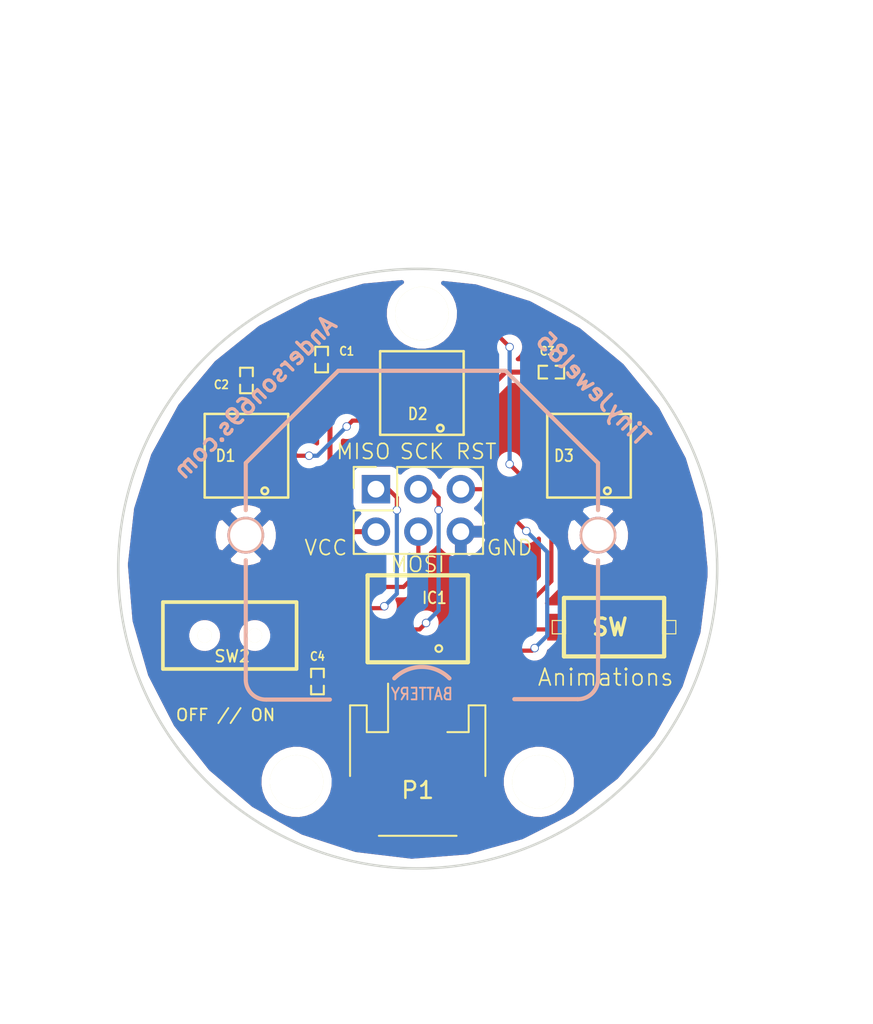
<source format=kicad_pcb>
(kicad_pcb (version 4) (host pcbnew 4.0.6)

  (general
    (links 30)
    (no_connects 0)
    (area 127.751551 70.251551 163.748449 106.248449)
    (thickness 1.6)
    (drawings 12)
    (tracks 99)
    (zones 0)
    (modules 16)
    (nets 13)
  )

  (page A4)
  (layers
    (0 F.Cu signal)
    (31 B.Cu signal hide)
    (32 B.Adhes user)
    (33 F.Adhes user)
    (34 B.Paste user)
    (35 F.Paste user)
    (36 B.SilkS user)
    (37 F.SilkS user)
    (38 B.Mask user)
    (39 F.Mask user)
    (41 Cmts.User user)
    (42 Eco1.User user hide)
    (43 Eco2.User user hide)
    (44 Edge.Cuts user)
    (45 Margin user hide)
    (46 B.CrtYd user hide)
    (47 F.CrtYd user hide)
    (48 B.Fab user hide)
    (49 F.Fab user hide)
  )

  (setup
    (last_trace_width 0.25)
    (trace_clearance 0.15)
    (zone_clearance 0.5)
    (zone_45_only no)
    (trace_min 0.2)
    (segment_width 0.2)
    (edge_width 0.15)
    (via_size 0.5)
    (via_drill 0.4)
    (via_min_size 0.4)
    (via_min_drill 0.3)
    (uvia_size 0.3)
    (uvia_drill 0.1)
    (uvias_allowed no)
    (uvia_min_size 0.2)
    (uvia_min_drill 0.1)
    (pcb_text_width 0.3)
    (pcb_text_size 1.5 1.5)
    (mod_edge_width 0.15)
    (mod_text_size 1 1)
    (mod_text_width 0.15)
    (pad_size 1.524 1.524)
    (pad_drill 1.016)
    (pad_to_mask_clearance 0.2)
    (aux_axis_origin 0 0)
    (visible_elements 7FFFFFFF)
    (pcbplotparams
      (layerselection 0x3feff_80000001)
      (usegerberextensions false)
      (excludeedgelayer true)
      (linewidth 0.100000)
      (plotframeref false)
      (viasonmask false)
      (mode 1)
      (useauxorigin false)
      (hpglpennumber 1)
      (hpglpenspeed 20)
      (hpglpendiameter 15)
      (hpglpenoverlay 2)
      (psnegative false)
      (psa4output false)
      (plotreference true)
      (plotvalue true)
      (plotinvisibletext false)
      (padsonsilk false)
      (subtractmaskfromsilk false)
      (outputformat 1)
      (mirror false)
      (drillshape 0)
      (scaleselection 1)
      (outputdirectory C:/Users/Anderson69s/Desktop/))
  )

  (net 0 "")
  (net 1 RST)
  (net 2 PB3)
  (net 3 PB4)
  (net 4 GND)
  (net 5 PB0)
  (net 6 PB1)
  (net 7 PB2)
  (net 8 +3V3)
  (net 9 "Net-(D1-Pad2)")
  (net 10 "Net-(D1-Pad4)")
  (net 11 "Net-(D2-Pad4)")
  (net 12 "Net-(P1-Pad1)")

  (net_class Default "This is the default net class."
    (clearance 0.15)
    (trace_width 0.25)
    (via_dia 0.5)
    (via_drill 0.4)
    (uvia_dia 0.3)
    (uvia_drill 0.1)
    (add_net GND)
    (add_net "Net-(D1-Pad2)")
    (add_net "Net-(D1-Pad4)")
    (add_net "Net-(D2-Pad4)")
    (add_net PB0)
    (add_net PB1)
    (add_net PB2)
    (add_net PB3)
    (add_net PB4)
    (add_net RST)
  )

  (net_class Alim ""
    (clearance 0.2)
    (trace_width 0.3)
    (via_dia 0.6)
    (via_drill 0.4)
    (uvia_dia 0.3)
    (uvia_drill 0.1)
    (add_net +3V3)
    (add_net "Net-(P1-Pad1)")
  )

  (module domotab:Switch_DPDT (layer F.Cu) (tedit 59365DC8) (tstamp 59338D12)
    (at 134.5 92.25 180)
    (path /5931334F)
    (fp_text reference SW2 (at -0.149519 -1.241025 180) (layer F.SilkS)
      (effects (font (size 0.7 0.7) (thickness 0.11)))
    )
    (fp_text value "OFF // ON" (at 0.25 -4.75 180) (layer F.SilkS)
      (effects (font (size 0.7 0.7) (thickness 0.11)))
    )
    (fp_line (start -4 -2) (end 4 -2) (layer F.SilkS) (width 0.22098))
    (fp_line (start 4 -2) (end 4 2) (layer F.SilkS) (width 0.22098))
    (fp_line (start 4 2) (end -4 2) (layer F.SilkS) (width 0.22098))
    (fp_line (start -4 2) (end -4 -2) (layer F.SilkS) (width 0.22098))
    (pad "" np_thru_hole circle (at 1.5 0 180) (size 0.85 0.85) (drill 0.85) (layers *.Cu *.Mask F.SilkS))
    (pad "" np_thru_hole circle (at -1.5 0 180) (size 0.85 0.85) (drill 0.85) (layers *.Cu *.Mask F.SilkS))
    (pad 1 smd rect (at -2.5 -2.85 180) (size 1 1.2) (layers F.Cu F.Paste F.Mask)
      (net 8 +3V3))
    (pad 2 smd rect (at 0 -2.85 180) (size 1 1.2) (layers F.Cu F.Paste F.Mask)
      (net 12 "Net-(P1-Pad1)"))
    (pad 3 smd rect (at 2.5 -2.85 180) (size 1 1.2) (layers F.Cu F.Paste F.Mask))
    (pad 4 smd rect (at -2.5 2.85 180) (size 1 1.2) (layers F.Cu F.Paste F.Mask))
    (pad 5 smd rect (at 0 2.85 180) (size 1 1.2) (layers F.Cu F.Paste F.Mask))
    (pad 6 smd rect (at 2.5 2.85 180) (size 1 1.2) (layers F.Cu F.Paste F.Mask))
    (model C:/Users/Anderson69s/Dropbox/Boulot/Finis/Kicad/KiCAD_3D/Buttons_Switches_SMD.3dshapes/SW_CuK_JS202011SCQN_DPDT_Straight.wrl
      (at (xyz -0.25 0.16 -0.105))
      (scale (xyz 0.1 0.1 0.1))
      (rotate (xyz 0 0 0))
    )
  )

  (module domotab:SOIC8-W (layer F.Cu) (tedit 59365CF0) (tstamp 56BE10C4)
    (at 145.75 91.25 90)
    (tags SOIC)
    (path /567108AD)
    (attr smd)
    (fp_text reference IC1 (at 1.25 1 180) (layer F.SilkS)
      (effects (font (size 0.7 0.6) (thickness 0.11)))
    )
    (fp_text value "" (at 2 0 180) (layer F.SilkS)
      (effects (font (size 0.7 0.6) (thickness 0.11)))
    )
    (fp_line (start 2.6 -3) (end 2.6 3) (layer F.SilkS) (width 0.254))
    (fp_line (start -2.6 3) (end 2.6 3) (layer F.SilkS) (width 0.254))
    (fp_line (start -2.6 -3) (end -2.6 3) (layer F.SilkS) (width 0.254))
    (fp_line (start -2.6 -3) (end 2.6 -3) (layer F.SilkS) (width 0.254))
    (fp_circle (center -1.778 1.262) (end -1.92024 1.40424) (layer F.SilkS) (width 0.127))
    (pad 1 smd rect (at -1.905 3.8 90) (size 0.6 1.8) (layers F.Cu F.Paste F.Mask)
      (net 1 RST))
    (pad 2 smd rect (at -0.635 3.8 90) (size 0.6 1.8) (layers F.Cu F.Paste F.Mask)
      (net 2 PB3))
    (pad 3 smd rect (at 0.635 3.8 90) (size 0.6 1.8) (layers F.Cu F.Paste F.Mask)
      (net 3 PB4))
    (pad 4 smd rect (at 1.905 3.8 90) (size 0.6 1.8) (layers F.Cu F.Paste F.Mask)
      (net 4 GND))
    (pad 5 smd rect (at 1.905 -3.8 90) (size 0.6 1.8) (layers F.Cu F.Paste F.Mask)
      (net 5 PB0))
    (pad 6 smd rect (at 0.635 -3.8 90) (size 0.6 1.8) (layers F.Cu F.Paste F.Mask)
      (net 6 PB1))
    (pad 7 smd rect (at -0.635 -3.8 90) (size 0.6 1.8) (layers F.Cu F.Paste F.Mask)
      (net 7 PB2))
    (pad 8 smd rect (at -1.905 -3.8 90) (size 0.6 1.8) (layers F.Cu F.Paste F.Mask)
      (net 8 +3V3))
    (model Housings_SOIC.3dshapes/SOIJ-8_5.3x5.3mm_Pitch1.27mm.wrl
      (at (xyz 0 0 0))
      (scale (xyz 1 1 1))
      (rotate (xyz 0 0 270))
    )
  )

  (module domotab:Support_Pile_Bouton_20mm (layer B.Cu) (tedit 598C2E0C) (tstamp 593131EF)
    (at 146 86.25)
    (tags "Support Pile Bouton 20mm")
    (path /593142C8)
    (fp_text reference "" (at 0 -10.8204) (layer B.SilkS) hide
      (effects (font (size 0.7 0.6) (thickness 0.11)) (justify mirror))
    )
    (fp_text value BATTERY (at 0 9.5) (layer B.SilkS)
      (effects (font (size 0.7 0.6) (thickness 0.11)) (justify mirror))
    )
    (fp_line (start -10.541 -1.4986) (end -10.541 -4.318) (layer B.SilkS) (width 0.24892))
    (fp_line (start -10.541 -4.318) (end -5.0038 -9.8298) (layer B.SilkS) (width 0.24892))
    (fp_line (start 5.0038 -9.8298) (end 10.541 -4.318) (layer B.SilkS) (width 0.24892))
    (fp_line (start 10.541 -4.318) (end 10.541 -1.4986) (layer B.SilkS) (width 0.24892))
    (fp_line (start -5.0038 -9.8298) (end 5.0038 -9.8298) (layer B.SilkS) (width 0.24892))
    (fp_line (start 5.5306 9.8044) (end 9.3218 9.8044) (layer B.SilkS) (width 0.24892))
    (fp_line (start -9.2964 9.8298) (end -5.5052 9.8298) (layer B.SilkS) (width 0.24892))
    (fp_line (start 10.541 1.4986) (end 10.541 8.636) (layer B.SilkS) (width 0.24892))
    (fp_line (start -10.541 1.4986) (end -10.541 8.636) (layer B.SilkS) (width 0.24892))
    (fp_arc (start 0 10.2108) (end 1.651 8.5598) (angle -90) (layer B.SilkS) (width 0.24892))
    (fp_arc (start 9.3472 8.6106) (end 10.541 8.636) (angle 90) (layer B.SilkS) (width 0.24892))
    (fp_arc (start -9.3472 8.636) (end -10.541 8.6614) (angle -90) (layer B.SilkS) (width 0.24892))
    (pad 1 thru_hole circle (at 10.541 0) (size 2.19964 2.19964) (drill 1.87706) (layers *.Cu *.Mask B.SilkS)
      (net 4 GND))
    (pad 1 thru_hole circle (at -10.541 0) (size 2.19964 2.19964) (drill 1.87706) (layers *.Cu *.Mask B.SilkS)
      (net 4 GND))
  )

  (module domotab:SM0402 (layer F.Cu) (tedit 59365B0B) (tstamp 593131F5)
    (at 140 75.75 90)
    (tags "SM0402 0402")
    (path /59311DF4)
    (attr smd)
    (fp_text reference C1 (at 0.5 1.5 360) (layer F.SilkS)
      (effects (font (size 0.50038 0.44958) (thickness 0.09906)))
    )
    (fp_text value "" (at 0 -0.7366 90) (layer F.SilkS) hide
      (effects (font (size 0.50038 0.44958) (thickness 0.09906)))
    )
    (fp_line (start -0.254 -0.381) (end -0.762 -0.381) (layer F.SilkS) (width 0.127))
    (fp_line (start -0.762 -0.381) (end -0.762 0.381) (layer F.SilkS) (width 0.127))
    (fp_line (start -0.762 0.381) (end -0.254 0.381) (layer F.SilkS) (width 0.127))
    (fp_line (start 0.254 -0.381) (end 0.762 -0.381) (layer F.SilkS) (width 0.127))
    (fp_line (start 0.762 -0.381) (end 0.762 0.381) (layer F.SilkS) (width 0.127))
    (fp_line (start 0.762 0.381) (end 0.254 0.381) (layer F.SilkS) (width 0.127))
    (pad 1 smd rect (at -0.44958 0 90) (size 0.39878 0.59944) (layers F.Cu F.Paste F.Mask)
      (net 8 +3V3))
    (pad 2 smd rect (at 0.44958 0 90) (size 0.39878 0.59944) (layers F.Cu F.Paste F.Mask)
      (net 4 GND))
    (model C:/Users/Anderson69s/Dropbox/Boulot/Finis/Kicad/KiCAD_3D/Capacitors_SMD.3dshapes/C_0402.wrl
      (at (xyz 0 0 0.002))
      (scale (xyz 1 1 1))
      (rotate (xyz 0 0 0))
    )
  )

  (module domotab:SM0402 (layer F.Cu) (tedit 59365B0F) (tstamp 593131FB)
    (at 135.5 77 90)
    (tags "SM0402 0402")
    (path /59311E31)
    (attr smd)
    (fp_text reference C2 (at -0.25 -1.5 360) (layer F.SilkS)
      (effects (font (size 0.50038 0.44958) (thickness 0.09906)))
    )
    (fp_text value "" (at -0.25 -1 90) (layer F.SilkS) hide
      (effects (font (size 0.50038 0.44958) (thickness 0.09906)))
    )
    (fp_line (start -0.254 -0.381) (end -0.762 -0.381) (layer F.SilkS) (width 0.127))
    (fp_line (start -0.762 -0.381) (end -0.762 0.381) (layer F.SilkS) (width 0.127))
    (fp_line (start -0.762 0.381) (end -0.254 0.381) (layer F.SilkS) (width 0.127))
    (fp_line (start 0.254 -0.381) (end 0.762 -0.381) (layer F.SilkS) (width 0.127))
    (fp_line (start 0.762 -0.381) (end 0.762 0.381) (layer F.SilkS) (width 0.127))
    (fp_line (start 0.762 0.381) (end 0.254 0.381) (layer F.SilkS) (width 0.127))
    (pad 1 smd rect (at -0.44958 0 90) (size 0.39878 0.59944) (layers F.Cu F.Paste F.Mask)
      (net 8 +3V3))
    (pad 2 smd rect (at 0.44958 0 90) (size 0.39878 0.59944) (layers F.Cu F.Paste F.Mask)
      (net 4 GND))
    (model C:/Users/Anderson69s/Dropbox/Boulot/Finis/Kicad/KiCAD_3D/Capacitors_SMD.3dshapes/C_0402.wrl
      (at (xyz 0 0 0.002))
      (scale (xyz 1 1 1))
      (rotate (xyz 0 0 0))
    )
  )

  (module domotab:SM0402 (layer F.Cu) (tedit 59365B15) (tstamp 59313201)
    (at 153.75 76.5)
    (tags "SM0402 0402")
    (path /59311E6B)
    (attr smd)
    (fp_text reference C3 (at -0.25 -1.25) (layer F.SilkS)
      (effects (font (size 0.50038 0.44958) (thickness 0.09906)))
    )
    (fp_text value "" (at 0 -1) (layer F.SilkS) hide
      (effects (font (size 0.50038 0.44958) (thickness 0.09906)))
    )
    (fp_line (start -0.254 -0.381) (end -0.762 -0.381) (layer F.SilkS) (width 0.127))
    (fp_line (start -0.762 -0.381) (end -0.762 0.381) (layer F.SilkS) (width 0.127))
    (fp_line (start -0.762 0.381) (end -0.254 0.381) (layer F.SilkS) (width 0.127))
    (fp_line (start 0.254 -0.381) (end 0.762 -0.381) (layer F.SilkS) (width 0.127))
    (fp_line (start 0.762 -0.381) (end 0.762 0.381) (layer F.SilkS) (width 0.127))
    (fp_line (start 0.762 0.381) (end 0.254 0.381) (layer F.SilkS) (width 0.127))
    (pad 1 smd rect (at -0.44958 0) (size 0.39878 0.59944) (layers F.Cu F.Paste F.Mask)
      (net 8 +3V3))
    (pad 2 smd rect (at 0.44958 0) (size 0.39878 0.59944) (layers F.Cu F.Paste F.Mask)
      (net 4 GND))
    (model C:/Users/Anderson69s/Dropbox/Boulot/Finis/Kicad/KiCAD_3D/Capacitors_SMD.3dshapes/C_0402.wrl
      (at (xyz 0 0 0.002))
      (scale (xyz 1 1 1))
      (rotate (xyz 0 0 0))
    )
  )

  (module domotab:WS2812B (layer F.Cu) (tedit 59365C0A) (tstamp 59313209)
    (at 135.5 81.5)
    (path /59311DA1)
    (fp_text reference D1 (at -1.25 0) (layer F.SilkS)
      (effects (font (size 0.7 0.6) (thickness 0.11)))
    )
    (fp_text value "" (at 0 3.25) (layer F.SilkS) hide
      (effects (font (size 0.7 0.6) (thickness 0.11)))
    )
    (fp_circle (center 1.1 2.1) (end 1.3 2.1) (layer F.SilkS) (width 0.15))
    (fp_line (start -2.5 2.5) (end 2.5 2.5) (layer F.SilkS) (width 0.15))
    (fp_line (start -2.5 -2.5) (end 2.5 -2.5) (layer F.SilkS) (width 0.15))
    (fp_line (start -2.5 2.5) (end -2.5 -2.5) (layer F.SilkS) (width 0.15))
    (fp_line (start 2.5 2.5) (end 2.5 -2.5) (layer F.SilkS) (width 0.15))
    (pad 2 smd rect (at -2.75 1.65 180) (size 1.5 0.9) (layers F.Cu F.Paste F.Mask)
      (net 9 "Net-(D1-Pad2)"))
    (pad 3 smd rect (at 2.75 1.65 180) (size 1.5 0.9) (layers F.Cu F.Paste F.Mask)
      (net 4 GND))
    (pad 4 smd rect (at 2.75 -1.65 180) (size 1.5 0.9) (layers F.Cu F.Paste F.Mask)
      (net 10 "Net-(D1-Pad4)"))
    (pad 1 smd rect (at -2.75 -1.65 180) (size 1.5 0.9) (layers F.Cu F.Paste F.Mask)
      (net 8 +3V3))
    (model C:/Users/Anderson69s/Dropbox/Boulot/Finis/Kicad/KiCAD_3D/LEDs.3dshapes/LED_WS2812B-PLCC4.wrl
      (at (xyz 0 0 0))
      (scale (xyz 0.4 0.4 0.4))
      (rotate (xyz 0 0 180))
    )
  )

  (module domotab:WS2812B (layer F.Cu) (tedit 59365C0E) (tstamp 59313211)
    (at 146 77.75)
    (path /59311D1E)
    (fp_text reference D2 (at -0.25 1.25) (layer F.SilkS)
      (effects (font (size 0.7 0.6) (thickness 0.11)))
    )
    (fp_text value "" (at 0 3.25) (layer F.SilkS) hide
      (effects (font (size 0.7 0.6) (thickness 0.11)))
    )
    (fp_circle (center 1.1 2.1) (end 1.3 2.1) (layer F.SilkS) (width 0.15))
    (fp_line (start -2.5 2.5) (end 2.5 2.5) (layer F.SilkS) (width 0.15))
    (fp_line (start -2.5 -2.5) (end 2.5 -2.5) (layer F.SilkS) (width 0.15))
    (fp_line (start -2.5 2.5) (end -2.5 -2.5) (layer F.SilkS) (width 0.15))
    (fp_line (start 2.5 2.5) (end 2.5 -2.5) (layer F.SilkS) (width 0.15))
    (pad 2 smd rect (at -2.75 1.65 180) (size 1.5 0.9) (layers F.Cu F.Paste F.Mask)
      (net 10 "Net-(D1-Pad4)"))
    (pad 3 smd rect (at 2.75 1.65 180) (size 1.5 0.9) (layers F.Cu F.Paste F.Mask)
      (net 4 GND))
    (pad 4 smd rect (at 2.75 -1.65 180) (size 1.5 0.9) (layers F.Cu F.Paste F.Mask)
      (net 11 "Net-(D2-Pad4)"))
    (pad 1 smd rect (at -2.75 -1.65 180) (size 1.5 0.9) (layers F.Cu F.Paste F.Mask)
      (net 8 +3V3))
    (model C:/Users/Anderson69s/Dropbox/Boulot/Finis/Kicad/KiCAD_3D/LEDs.3dshapes/LED_WS2812B-PLCC4.wrl
      (at (xyz 0 0 0))
      (scale (xyz 0.4 0.4 0.4))
      (rotate (xyz 0 0 180))
    )
  )

  (module domotab:WS2812B (layer F.Cu) (tedit 59365C64) (tstamp 59313219)
    (at 156 81.5)
    (path /59311D62)
    (fp_text reference D3 (at -1.5 0) (layer F.SilkS)
      (effects (font (size 0.7 0.6) (thickness 0.11)))
    )
    (fp_text value "" (at 0 3.25) (layer F.SilkS) hide
      (effects (font (size 0.7 0.6) (thickness 0.11)))
    )
    (fp_circle (center 1.1 2.1) (end 1.3 2.1) (layer F.SilkS) (width 0.15))
    (fp_line (start -2.5 2.5) (end 2.5 2.5) (layer F.SilkS) (width 0.15))
    (fp_line (start -2.5 -2.5) (end 2.5 -2.5) (layer F.SilkS) (width 0.15))
    (fp_line (start -2.5 2.5) (end -2.5 -2.5) (layer F.SilkS) (width 0.15))
    (fp_line (start 2.5 2.5) (end 2.5 -2.5) (layer F.SilkS) (width 0.15))
    (pad 2 smd rect (at -2.75 1.65 180) (size 1.5 0.9) (layers F.Cu F.Paste F.Mask)
      (net 11 "Net-(D2-Pad4)"))
    (pad 3 smd rect (at 2.75 1.65 180) (size 1.5 0.9) (layers F.Cu F.Paste F.Mask)
      (net 4 GND))
    (pad 4 smd rect (at 2.75 -1.65 180) (size 1.5 0.9) (layers F.Cu F.Paste F.Mask)
      (net 3 PB4))
    (pad 1 smd rect (at -2.75 -1.65 180) (size 1.5 0.9) (layers F.Cu F.Paste F.Mask)
      (net 8 +3V3))
    (model C:/Users/Anderson69s/Dropbox/Boulot/Finis/Kicad/KiCAD_3D/LEDs.3dshapes/LED_WS2812B-PLCC4.wrl
      (at (xyz 0 0 0))
      (scale (xyz 0.4 0.4 0.4))
      (rotate (xyz 0 0 180))
    )
  )

  (module Socket_Strips:Socket_Strip_Straight_2x03_Pitch2.54mm (layer F.Cu) (tedit 5933A62A) (tstamp 59313223)
    (at 143.25 83.5 90)
    (descr "Through hole straight socket strip, 2x03, 2.54mm pitch, double rows")
    (tags "Through hole socket strip THT 2x03 2.54mm double row")
    (path /59314D76)
    (fp_text reference "" (at -1.27 -2.33 90) (layer F.SilkS)
      (effects (font (size 1 1) (thickness 0.15)))
    )
    (fp_text value "" (at -1.27 7.41 90) (layer F.Fab)
      (effects (font (size 1 1) (thickness 0.15)))
    )
    (fp_line (start -3.81 -1.27) (end -3.81 6.35) (layer F.Fab) (width 0.1))
    (fp_line (start -3.81 6.35) (end 1.27 6.35) (layer F.Fab) (width 0.1))
    (fp_line (start 1.27 6.35) (end 1.27 -1.27) (layer F.Fab) (width 0.1))
    (fp_line (start 1.27 -1.27) (end -3.81 -1.27) (layer F.Fab) (width 0.1))
    (fp_line (start 1.33 1.27) (end 1.33 6.41) (layer F.SilkS) (width 0.12))
    (fp_line (start 1.33 6.41) (end -3.87 6.41) (layer F.SilkS) (width 0.12))
    (fp_line (start -3.87 6.41) (end -3.87 -1.33) (layer F.SilkS) (width 0.12))
    (fp_line (start -3.87 -1.33) (end -1.27 -1.33) (layer F.SilkS) (width 0.12))
    (fp_line (start -1.27 -1.33) (end -1.27 1.27) (layer F.SilkS) (width 0.12))
    (fp_line (start -1.27 1.27) (end 1.33 1.27) (layer F.SilkS) (width 0.12))
    (fp_line (start 1.33 0) (end 1.33 -1.33) (layer F.SilkS) (width 0.12))
    (fp_line (start 1.33 -1.33) (end 0.06 -1.33) (layer F.SilkS) (width 0.12))
    (fp_line (start -4.1 -1.55) (end -4.1 6.6) (layer F.CrtYd) (width 0.05))
    (fp_line (start -4.1 6.6) (end 1.55 6.6) (layer F.CrtYd) (width 0.05))
    (fp_line (start 1.55 6.6) (end 1.55 -1.55) (layer F.CrtYd) (width 0.05))
    (fp_line (start 1.55 -1.55) (end -4.1 -1.55) (layer F.CrtYd) (width 0.05))
    (pad 1 thru_hole rect (at 0 0 90) (size 1.7 1.7) (drill 1) (layers *.Cu *.Mask)
      (net 6 PB1))
    (pad 2 thru_hole oval (at -2.54 0 90) (size 1.7 1.7) (drill 1) (layers *.Cu *.Mask)
      (net 8 +3V3))
    (pad 3 thru_hole oval (at 0 2.54 90) (size 1.7 1.7) (drill 1) (layers *.Cu *.Mask)
      (net 7 PB2))
    (pad 4 thru_hole oval (at -2.54 2.54 90) (size 1.7 1.7) (drill 1) (layers *.Cu *.Mask)
      (net 5 PB0))
    (pad 5 thru_hole oval (at 0 5.08 90) (size 1.7 1.7) (drill 1) (layers *.Cu *.Mask)
      (net 1 RST))
    (pad 6 thru_hole oval (at -2.54 5.08 90) (size 1.7 1.7) (drill 1) (layers *.Cu *.Mask)
      (net 4 GND))
  )

  (module domotab:Hole_3mm (layer F.Cu) (tedit 5933A40E) (tstamp 59337C12)
    (at 146 73)
    (path /593380A2)
    (clearance 1.99898)
    (fp_text reference "" (at 0 2.14884) (layer F.SilkS) hide
      (effects (font (size 1 1) (thickness 0.2)))
    )
    (fp_text value "" (at 0 0) (layer F.SilkS) hide
      (effects (font (size 1 1) (thickness 0.2)))
    )
    (pad "" np_thru_hole circle (at 0 0 270) (size 3.2004 3.2004) (drill 3.2004) (layers *.Cu *.Mask F.SilkS)
      (clearance 0.09906))
  )

  (module domotab:Hole_3mm (layer F.Cu) (tedit 5933A3DF) (tstamp 59337C21)
    (at 138.5 101)
    (path /593380ED)
    (clearance 1.99898)
    (fp_text reference "" (at 0 2.14884) (layer F.SilkS) hide
      (effects (font (size 1 1) (thickness 0.2)))
    )
    (fp_text value "" (at 0 0) (layer F.SilkS) hide
      (effects (font (size 1 1) (thickness 0.2)))
    )
    (pad "" np_thru_hole circle (at 0 0 270) (size 3.2004 3.2004) (drill 3.2004) (layers *.Cu *.Mask F.SilkS)
      (clearance 0.09906))
  )

  (module domotab:Hole_3mm (layer F.Cu) (tedit 5933A3EB) (tstamp 59337C26)
    (at 153 101)
    (path /59338167)
    (clearance 1.99898)
    (fp_text reference "" (at 0 2.14884) (layer F.SilkS) hide
      (effects (font (size 1 1) (thickness 0.2)))
    )
    (fp_text value "" (at 0 0) (layer F.SilkS) hide
      (effects (font (size 1 1) (thickness 0.2)))
    )
    (pad "" np_thru_hole circle (at 0 0 270) (size 3.2004 3.2004) (drill 3.2004) (layers *.Cu *.Mask F.SilkS)
      (clearance 0.09906))
  )

  (module Connectors_JST:JST_PH_S2B-PH-SM4-TB_02x2.00mm_Angled (layer F.Cu) (tedit 5933A5F3) (tstamp 59337D10)
    (at 145.75 99.75)
    (descr "JST PH series connector, S2B-PH-SM4-TB, side entry type, surface mount, Datasheet: http://www.jst-mfg.com/product/pdf/eng/ePH.pdf")
    (tags "connector jst ph")
    (path /59311EBB)
    (attr smd)
    (fp_text reference "" (at 1.25 0.5) (layer F.SilkS) hide
      (effects (font (size 1 1) (thickness 0.15)))
    )
    (fp_text value P1 (at 0 1.75) (layer F.SilkS)
      (effects (font (size 1 1) (thickness 0.15)))
    )
    (fp_line (start -3.15 -1.625) (end -3.15 -3.225) (layer F.Fab) (width 0.1))
    (fp_line (start -3.15 -3.225) (end -3.95 -3.225) (layer F.Fab) (width 0.1))
    (fp_line (start -3.95 -3.225) (end -3.95 4.375) (layer F.Fab) (width 0.1))
    (fp_line (start -3.95 4.375) (end 3.95 4.375) (layer F.Fab) (width 0.1))
    (fp_line (start 3.95 4.375) (end 3.95 -3.225) (layer F.Fab) (width 0.1))
    (fp_line (start 3.95 -3.225) (end 3.15 -3.225) (layer F.Fab) (width 0.1))
    (fp_line (start 3.15 -3.225) (end 3.15 -1.625) (layer F.Fab) (width 0.1))
    (fp_line (start 3.15 -1.625) (end -3.15 -1.625) (layer F.Fab) (width 0.1))
    (fp_line (start -1.775 -1.725) (end -3.05 -1.725) (layer F.SilkS) (width 0.12))
    (fp_line (start -3.05 -1.725) (end -3.05 -3.325) (layer F.SilkS) (width 0.12))
    (fp_line (start -3.05 -3.325) (end -4.05 -3.325) (layer F.SilkS) (width 0.12))
    (fp_line (start -4.05 -3.325) (end -4.05 0.9) (layer F.SilkS) (width 0.12))
    (fp_line (start 4.05 0.9) (end 4.05 -3.325) (layer F.SilkS) (width 0.12))
    (fp_line (start 4.05 -3.325) (end 3.05 -3.325) (layer F.SilkS) (width 0.12))
    (fp_line (start 3.05 -3.325) (end 3.05 -1.725) (layer F.SilkS) (width 0.12))
    (fp_line (start 3.05 -1.725) (end 1.775 -1.725) (layer F.SilkS) (width 0.12))
    (fp_line (start -2.325 4.475) (end 2.325 4.475) (layer F.SilkS) (width 0.12))
    (fp_line (start -1.775 -1.725) (end -1.775 -4.625) (layer F.SilkS) (width 0.12))
    (fp_line (start -2 -1.625) (end -1 -0.625) (layer F.Fab) (width 0.1))
    (fp_line (start -1 -0.625) (end 0 -1.625) (layer F.Fab) (width 0.1))
    (fp_line (start -4.6 -5.13) (end -4.6 5.07) (layer F.CrtYd) (width 0.05))
    (fp_line (start -4.6 5.07) (end 4.6 5.07) (layer F.CrtYd) (width 0.05))
    (fp_line (start 4.6 5.07) (end 4.6 -5.13) (layer F.CrtYd) (width 0.05))
    (fp_line (start 4.6 -5.13) (end -4.6 -5.13) (layer F.CrtYd) (width 0.05))
    (fp_text user %R (at 0 1.5) (layer F.Fab)
      (effects (font (size 1 1) (thickness 0.15)))
    )
    (pad 1 smd rect (at -1 -2.875) (size 1 3.5) (layers F.Cu F.Paste F.Mask)
      (net 12 "Net-(P1-Pad1)"))
    (pad 2 smd rect (at 1 -2.875) (size 1 3.5) (layers F.Cu F.Paste F.Mask)
      (net 4 GND))
    (pad "" smd rect (at -3.35 2.875) (size 1.5 3.4) (layers F.Cu F.Paste F.Mask))
    (pad "" smd rect (at 3.35 2.875) (size 1.5 3.4) (layers F.Cu F.Paste F.Mask))
    (model C:/Users/Anderson69s/Dropbox/Boulot/Finis/Kicad/KiCAD_3D/Connectors_JST.3dshapes/JST_S2B-PH-SM4-TB.wrl
      (at (xyz -0.135 -0.17 0))
      (scale (xyz 0.05 0.05 0.05))
      (rotate (xyz 0 0 0))
    )
  )

  (module domotab:SWITCH_CMS (layer F.Cu) (tedit 59365B40) (tstamp 59338D96)
    (at 157.5 91.75)
    (descr "SURFACE MOUNT MOMENTARY PUSHBUTTON SWITCHES SPST NORMALLY OPEN")
    (tags "SURFACE MOUNT MOMENTARY PUSHBUTTON SWITCHES SPST NORMALLY OPEN")
    (path /59314866)
    (attr smd)
    (fp_text reference SW (at -0.25 0) (layer F.SilkS)
      (effects (font (size 1 1) (thickness 0.2)))
    )
    (fp_text value "" (at 0 2.7432) (layer F.SilkS)
      (effects (font (size 1 1) (thickness 0.2)))
    )
    (fp_line (start -3.69824 0.39878) (end -2.89814 0.39878) (layer F.SilkS) (width 0.06604))
    (fp_line (start -2.89814 0.39878) (end -2.89814 -0.39878) (layer F.SilkS) (width 0.06604))
    (fp_line (start -3.69824 -0.39878) (end -2.89814 -0.39878) (layer F.SilkS) (width 0.06604))
    (fp_line (start -3.69824 0.39878) (end -3.69824 -0.39878) (layer F.SilkS) (width 0.06604))
    (fp_line (start 2.89814 0.39878) (end 3.69824 0.39878) (layer F.SilkS) (width 0.06604))
    (fp_line (start 3.69824 0.39878) (end 3.69824 -0.39878) (layer F.SilkS) (width 0.06604))
    (fp_line (start 2.89814 -0.39878) (end 3.69824 -0.39878) (layer F.SilkS) (width 0.06604))
    (fp_line (start 2.89814 0.39878) (end 2.89814 -0.39878) (layer F.SilkS) (width 0.06604))
    (fp_line (start -2.99974 -1.74752) (end 2.99974 -1.74752) (layer F.SilkS) (width 0.254))
    (fp_line (start 2.99974 1.74752) (end -2.99974 1.74752) (layer F.SilkS) (width 0.254))
    (fp_line (start -2.99974 -1.74752) (end -2.99974 -0.6477) (layer F.SilkS) (width 0.254))
    (fp_line (start 2.99974 -1.74752) (end 2.99974 -0.6477) (layer F.SilkS) (width 0.254))
    (fp_line (start 2.99974 1.74752) (end 2.99974 0.6477) (layer F.SilkS) (width 0.254))
    (fp_line (start -2.99974 1.74752) (end -2.99974 0.6477) (layer F.SilkS) (width 0.254))
    (fp_line (start -2.99974 -0.6477) (end -2.99974 0.59944) (layer F.SilkS) (width 0.254))
    (fp_line (start 2.99974 -0.6985) (end 2.99974 0.7493) (layer F.SilkS) (width 0.254))
    (pad 1 smd rect (at -2.99974 0) (size 1.99898 1.6002) (layers F.Cu F.Paste F.Mask)
      (net 2 PB3))
    (pad 2 smd rect (at 2.99974 0) (size 1.99898 1.6002) (layers F.Cu F.Paste F.Mask)
      (net 4 GND))
    (model C:/Users/Anderson69s/Dropbox/Boulot/Finis/Kicad/KiCAD_3D/Buttons_Switches_SMD.3dshapes/DTSM-32S-B.wrl
      (at (xyz 0.14 -0.06 0))
      (scale (xyz 0.35 0.35 0.35))
      (rotate (xyz 0 0 -90))
    )
  )

  (module domotab:SM0402 (layer F.Cu) (tedit 59365AA1) (tstamp 593658CF)
    (at 139.75 95 270)
    (tags "SM0402 0402")
    (path /59365A1A)
    (attr smd)
    (fp_text reference C4 (at -1.5 0 360) (layer F.SilkS)
      (effects (font (size 0.50038 0.44958) (thickness 0.09906)))
    )
    (fp_text value "" (at 0 -0.7366 270) (layer F.SilkS) hide
      (effects (font (size 0.50038 0.44958) (thickness 0.09906)))
    )
    (fp_line (start -0.254 -0.381) (end -0.762 -0.381) (layer F.SilkS) (width 0.127))
    (fp_line (start -0.762 -0.381) (end -0.762 0.381) (layer F.SilkS) (width 0.127))
    (fp_line (start -0.762 0.381) (end -0.254 0.381) (layer F.SilkS) (width 0.127))
    (fp_line (start 0.254 -0.381) (end 0.762 -0.381) (layer F.SilkS) (width 0.127))
    (fp_line (start 0.762 -0.381) (end 0.762 0.381) (layer F.SilkS) (width 0.127))
    (fp_line (start 0.762 0.381) (end 0.254 0.381) (layer F.SilkS) (width 0.127))
    (pad 1 smd rect (at -0.44958 0 270) (size 0.39878 0.59944) (layers F.Cu F.Paste F.Mask)
      (net 8 +3V3))
    (pad 2 smd rect (at 0.44958 0 270) (size 0.39878 0.59944) (layers F.Cu F.Paste F.Mask)
      (net 4 GND))
    (model C:/Users/Anderson69s/Dropbox/Boulot/Finis/Kicad/KiCAD_3D/Capacitors_SMD.3dshapes/C_0402.wrl
      (at (xyz 0 0 0.002))
      (scale (xyz 1 1 1))
      (rotate (xyz 0 0 0))
    )
  )

  (gr_text Animations (at 157 94.75) (layer F.SilkS)
    (effects (font (size 1 1) (thickness 0.1)))
  )
  (gr_text TinyJewel85 (at 156.25 77.5 315) (layer B.SilkS)
    (effects (font (size 1 1) (thickness 0.2)) (justify mirror))
  )
  (dimension 3.400368 (width 0.3) (layer Cmts.User)
    (gr_text "3,400 mm" (at 133.72286 107.490441 323.9726266) (layer Cmts.User)
      (effects (font (size 1.5 1.5) (thickness 0.3)))
    )
    (feature1 (pts (xy 140 101.75) (xy 134.303829 109.582235)))
    (feature2 (pts (xy 137.25 99.75) (xy 131.553829 107.582235)))
    (crossbar (pts (xy 133.141892 105.398648) (xy 135.891892 107.398648)))
    (arrow1a (pts (xy 135.891892 107.398648) (xy 134.635932 107.21033)))
    (arrow1b (pts (xy 135.891892 107.398648) (xy 135.325764 106.261811)))
    (arrow2a (pts (xy 133.141892 105.398648) (xy 133.70802 106.535485)))
    (arrow2b (pts (xy 133.141892 105.398648) (xy 134.397852 105.586966)))
  )
  (dimension 36.25 (width 0.3) (layer Cmts.User)
    (gr_text "36,250 mm" (at 145.875 67.65) (layer Cmts.User)
      (effects (font (size 1.5 1.5) (thickness 0.3)))
    )
    (feature1 (pts (xy 164 88.25) (xy 164 66.3)))
    (feature2 (pts (xy 127.75 88.25) (xy 127.75 66.3)))
    (crossbar (pts (xy 127.75 69) (xy 164 69)))
    (arrow1a (pts (xy 164 69) (xy 162.873496 69.586421)))
    (arrow1b (pts (xy 164 69) (xy 162.873496 68.413579)))
    (arrow2a (pts (xy 127.75 69) (xy 128.876504 69.586421)))
    (arrow2b (pts (xy 127.75 69) (xy 128.876504 68.413579)))
  )
  (gr_text Anderson69s.com (at 136 78 45) (layer B.SilkS)
    (effects (font (size 1 1) (thickness 0.2)) (justify mirror))
  )
  (gr_text MOSI (at 145.75 88) (layer F.SilkS)
    (effects (font (size 0.9 0.9) (thickness 0.1)))
  )
  (gr_text VCC (at 140.25 87) (layer F.SilkS)
    (effects (font (size 0.9 0.9) (thickness 0.1)))
  )
  (gr_text MISO (at 142.5 81.25) (layer F.SilkS)
    (effects (font (size 0.9 0.9) (thickness 0.1)))
  )
  (gr_text SCK (at 146 81.25) (layer F.SilkS)
    (effects (font (size 0.9 0.9) (thickness 0.1)))
  )
  (gr_text RST (at 149.25 81.25) (layer F.SilkS)
    (effects (font (size 0.9 0.9) (thickness 0.1)))
  )
  (gr_text GND (at 151.25 87) (layer F.SilkS)
    (effects (font (size 0.9 0.9) (thickness 0.1)))
  )
  (gr_circle (center 145.75 88.25) (end 162.25 95.25) (layer Edge.Cuts) (width 0.15))

  (segment (start 149.55 93.155) (end 152.595 93.155) (width 0.25) (layer F.Cu) (net 1))
  (segment (start 149.75 83.5) (end 148.33 83.5) (width 0.25) (layer F.Cu) (net 1) (tstamp 5933A066))
  (segment (start 152.25 86) (end 149.75 83.5) (width 0.25) (layer F.Cu) (net 1) (tstamp 5933A065))
  (via (at 152.25 86) (size 0.5) (drill 0.4) (layers F.Cu B.Cu) (net 1))
  (segment (start 153.5 87.25) (end 152.25 86) (width 0.25) (layer B.Cu) (net 1) (tstamp 5933A05F))
  (segment (start 153.5 92.25) (end 153.5 87.25) (width 0.25) (layer B.Cu) (net 1) (tstamp 5933A05C))
  (segment (start 152.75 93) (end 153.5 92.25) (width 0.25) (layer B.Cu) (net 1) (tstamp 5933A05B))
  (via (at 152.75 93) (size 0.5) (drill 0.4) (layers F.Cu B.Cu) (net 1))
  (segment (start 152.595 93.155) (end 152.75 93) (width 0.25) (layer F.Cu) (net 1) (tstamp 5933A057))
  (segment (start 149.55 91.885) (end 154.36526 91.885) (width 0.25) (layer F.Cu) (net 2))
  (segment (start 154.36526 91.885) (end 154.50026 91.75) (width 0.25) (layer F.Cu) (net 2) (tstamp 59357E08))
  (segment (start 153.86526 91.885) (end 154.25026 91.5) (width 0.25) (layer F.Cu) (net 2) (tstamp 59357D96))
  (segment (start 149.55 90.615) (end 152.135 90.615) (width 0.25) (layer F.Cu) (net 3))
  (segment (start 157.4 79.85) (end 158.75 79.85) (width 0.25) (layer F.Cu) (net 3) (tstamp 59339EE5))
  (segment (start 156 81.25) (end 157.4 79.85) (width 0.25) (layer F.Cu) (net 3) (tstamp 59339EE4))
  (segment (start 156 83.75) (end 156 81.25) (width 0.25) (layer F.Cu) (net 3) (tstamp 59339EE2))
  (segment (start 153.75 86) (end 156 83.75) (width 0.25) (layer F.Cu) (net 3) (tstamp 59339EE0))
  (segment (start 153.75 89) (end 153.75 86) (width 0.25) (layer F.Cu) (net 3) (tstamp 59339EDE))
  (segment (start 152.135 90.615) (end 153.75 89) (width 0.25) (layer F.Cu) (net 3) (tstamp 59339EDA))
  (segment (start 141.95 89.345) (end 144.905 89.345) (width 0.25) (layer F.Cu) (net 5))
  (segment (start 145.79 88.46) (end 145.79 86.04) (width 0.25) (layer F.Cu) (net 5) (tstamp 59339F04))
  (segment (start 144.905 89.345) (end 145.79 88.46) (width 0.25) (layer F.Cu) (net 5) (tstamp 59339F02))
  (segment (start 141.95 90.615) (end 143.635 90.615) (width 0.25) (layer F.Cu) (net 6))
  (segment (start 144.5 84) (end 144 83.5) (width 0.25) (layer F.Cu) (net 6) (tstamp 5933A2B1))
  (segment (start 144.5 84.75) (end 144.5 84) (width 0.25) (layer F.Cu) (net 6) (tstamp 5933A2B0))
  (via (at 144.5 84.75) (size 0.5) (drill 0.4) (layers F.Cu B.Cu) (net 6))
  (segment (start 144.5 89.75) (end 144.5 84.75) (width 0.25) (layer B.Cu) (net 6) (tstamp 5933A2A4))
  (segment (start 143.75 90.5) (end 144.5 89.75) (width 0.25) (layer B.Cu) (net 6) (tstamp 5933A2A3))
  (via (at 143.75 90.5) (size 0.5) (drill 0.4) (layers F.Cu B.Cu) (net 6))
  (segment (start 143.635 90.615) (end 143.75 90.5) (width 0.25) (layer F.Cu) (net 6) (tstamp 5933A29D))
  (segment (start 144 83.5) (end 143.25 83.5) (width 0.25) (layer F.Cu) (net 6) (tstamp 5933A2B4))
  (segment (start 141.95 91.885) (end 145.865 91.885) (width 0.25) (layer F.Cu) (net 7))
  (segment (start 147 84) (end 146.5 83.5) (width 0.25) (layer F.Cu) (net 7) (tstamp 5933A2E0))
  (segment (start 147 84.75) (end 147 84) (width 0.25) (layer F.Cu) (net 7) (tstamp 5933A2DF))
  (via (at 147 84.75) (size 0.5) (drill 0.4) (layers F.Cu B.Cu) (net 7))
  (segment (start 147 90.75) (end 147 84.75) (width 0.25) (layer B.Cu) (net 7) (tstamp 5933A2D5))
  (segment (start 146.25 91.5) (end 147 90.75) (width 0.25) (layer B.Cu) (net 7) (tstamp 5933A2D4))
  (via (at 146.25 91.5) (size 0.5) (drill 0.4) (layers F.Cu B.Cu) (net 7))
  (segment (start 145.865 91.885) (end 146.25 91.5) (width 0.25) (layer F.Cu) (net 7) (tstamp 5933A2CD))
  (segment (start 146.5 83.5) (end 145.79 83.5) (width 0.25) (layer F.Cu) (net 7) (tstamp 5933A2E1))
  (segment (start 139.75 94.55042) (end 141.19958 94.55042) (width 0.3) (layer F.Cu) (net 8))
  (segment (start 141.19958 94.55042) (end 141.95 93.8) (width 0.3) (layer F.Cu) (net 8) (tstamp 59365A68))
  (segment (start 141.95 93.8) (end 141.95 93.155) (width 0.3) (layer F.Cu) (net 8) (tstamp 59365A69))
  (segment (start 137 95.1) (end 137.9 95.1) (width 0.3) (layer F.Cu) (net 8))
  (segment (start 138.44958 94.55042) (end 139.75 94.55042) (width 0.3) (layer F.Cu) (net 8) (tstamp 59365A8F))
  (segment (start 137.9 95.1) (end 138.44958 94.55042) (width 0.3) (layer F.Cu) (net 8) (tstamp 59365A8E))
  (segment (start 137 95.1) (end 137 93.5) (width 0.3) (layer F.Cu) (net 8))
  (segment (start 139.5 87.5) (end 140 87) (width 0.3) (layer F.Cu) (net 8) (tstamp 593659F8))
  (segment (start 139.5 87.5) (end 139.5 88.5) (width 0.3) (layer F.Cu) (net 8) (tstamp 593659FC))
  (segment (start 139.5 91) (end 139.5 88.5) (width 0.3) (layer F.Cu) (net 8) (tstamp 59365A55))
  (segment (start 137 93.5) (end 139.5 91) (width 0.3) (layer F.Cu) (net 8) (tstamp 59365A4F))
  (segment (start 140 87) (end 141 87) (width 0.3) (layer F.Cu) (net 8))
  (segment (start 141.96 86.04) (end 143.25 86.04) (width 0.3) (layer F.Cu) (net 8) (tstamp 59365A01))
  (segment (start 141 87) (end 141.96 86.04) (width 0.3) (layer F.Cu) (net 8) (tstamp 59365A00))
  (segment (start 140 86) (end 140 87) (width 0.3) (layer F.Cu) (net 8))
  (segment (start 143.21 86) (end 143.25 86.04) (width 0.3) (layer F.Cu) (net 8) (tstamp 59359E32))
  (segment (start 140.5 78.5) (end 140.5 78.25) (width 0.3) (layer F.Cu) (net 8))
  (segment (start 151 76.5) (end 153.30042 76.5) (width 0.3) (layer F.Cu) (net 8) (tstamp 59339FBF))
  (segment (start 150 77.5) (end 151 76.5) (width 0.3) (layer F.Cu) (net 8) (tstamp 59339FBE))
  (segment (start 141.25 77.5) (end 150 77.5) (width 0.3) (layer F.Cu) (net 8) (tstamp 59339FBB))
  (segment (start 140.5 78.25) (end 141.25 77.5) (width 0.3) (layer F.Cu) (net 8) (tstamp 59339FB9))
  (segment (start 139.25 77.44958) (end 139.25 76.94958) (width 0.3) (layer F.Cu) (net 8))
  (segment (start 139.25 76.94958) (end 140 76.19958) (width 0.3) (layer F.Cu) (net 8) (tstamp 59339F9C))
  (segment (start 140 86.04) (end 140 86) (width 0.3) (layer F.Cu) (net 8))
  (segment (start 140 86) (end 140 84.25) (width 0.3) (layer F.Cu) (net 8) (tstamp 59359E2E))
  (segment (start 140.5 83.75) (end 140.5 78.5) (width 0.3) (layer F.Cu) (net 8) (tstamp 59339F8C))
  (segment (start 140 84.25) (end 140.5 83.75) (width 0.3) (layer F.Cu) (net 8) (tstamp 59339F8B))
  (segment (start 139.44958 77.44958) (end 139.25 77.44958) (width 0.3) (layer F.Cu) (net 8) (tstamp 59339F94))
  (segment (start 139.25 77.44958) (end 135.5 77.44958) (width 0.3) (layer F.Cu) (net 8) (tstamp 59339F9A))
  (segment (start 140.5 78.5) (end 139.44958 77.44958) (width 0.3) (layer F.Cu) (net 8) (tstamp 59339F8F))
  (segment (start 143.25 76.1) (end 140.09958 76.1) (width 0.3) (layer F.Cu) (net 8))
  (segment (start 140.09958 76.1) (end 140 76.19958) (width 0.3) (layer F.Cu) (net 8) (tstamp 59339F4D))
  (segment (start 153.30042 76.5) (end 153.30042 79.79958) (width 0.3) (layer F.Cu) (net 8))
  (segment (start 153.30042 79.79958) (end 153.25 79.85) (width 0.3) (layer F.Cu) (net 8) (tstamp 59339EC8))
  (segment (start 143.09958 76.19958) (end 143.25 76.35) (width 0.3) (layer F.Cu) (net 8) (tstamp 59339EC2))
  (segment (start 132.75 79.85) (end 134.65 79.85) (width 0.3) (layer F.Cu) (net 8))
  (segment (start 134.65 79.85) (end 135.5 79) (width 0.3) (layer F.Cu) (net 8) (tstamp 59339EBE))
  (segment (start 135.5 79) (end 135.5 77.44958) (width 0.3) (layer F.Cu) (net 8) (tstamp 59339EBF))
  (segment (start 143.25 79.4) (end 141.85 79.4) (width 0.25) (layer F.Cu) (net 10))
  (segment (start 138.25 81.25) (end 138.25 79.85) (width 0.25) (layer F.Cu) (net 10) (tstamp 5933A0C0))
  (segment (start 138.5 81.5) (end 138.25 81.25) (width 0.25) (layer F.Cu) (net 10) (tstamp 5933A0BF))
  (segment (start 139.25 81.5) (end 138.5 81.5) (width 0.25) (layer F.Cu) (net 10) (tstamp 5933A0BE))
  (via (at 139.25 81.5) (size 0.5) (drill 0.4) (layers F.Cu B.Cu) (net 10))
  (segment (start 139.75 81.5) (end 139.25 81.5) (width 0.25) (layer B.Cu) (net 10) (tstamp 5933A0BB))
  (segment (start 141.5 79.75) (end 139.75 81.5) (width 0.25) (layer B.Cu) (net 10) (tstamp 5933A0BA))
  (via (at 141.5 79.75) (size 0.5) (drill 0.4) (layers F.Cu B.Cu) (net 10))
  (segment (start 141.85 79.4) (end 141.5 79.75) (width 0.25) (layer F.Cu) (net 10) (tstamp 5933A0B3))
  (segment (start 153.25 83.15) (end 152.4 83.15) (width 0.25) (layer F.Cu) (net 11))
  (segment (start 148.75 75) (end 148.75 76.1) (width 0.25) (layer F.Cu) (net 11) (tstamp 5933A08C))
  (segment (start 149.5 74.25) (end 148.75 75) (width 0.25) (layer F.Cu) (net 11) (tstamp 5933A08A))
  (segment (start 150.5 74.25) (end 149.5 74.25) (width 0.25) (layer F.Cu) (net 11) (tstamp 5933A088))
  (segment (start 151.25 75) (end 150.5 74.25) (width 0.25) (layer F.Cu) (net 11) (tstamp 5933A087))
  (via (at 151.25 75) (size 0.5) (drill 0.4) (layers F.Cu B.Cu) (net 11))
  (segment (start 151.25 82) (end 151.25 75) (width 0.25) (layer B.Cu) (net 11) (tstamp 5933A07F))
  (via (at 151.25 82) (size 0.5) (drill 0.4) (layers F.Cu B.Cu) (net 11))
  (segment (start 152.4 83.15) (end 151.25 82) (width 0.25) (layer F.Cu) (net 11) (tstamp 5933A07A))
  (segment (start 153.75 83.15) (end 153.65 83.15) (width 0.2) (layer F.Cu) (net 11))
  (segment (start 144.75 96.875) (end 136.275 96.875) (width 0.3) (layer F.Cu) (net 12))
  (segment (start 136.275 96.875) (end 134.5 95.1) (width 0.3) (layer F.Cu) (net 12) (tstamp 59357E22))

  (zone (net 4) (net_name GND) (layer F.Cu) (tstamp 5933A32F) (hatch edge 0.508)
    (connect_pads (clearance 0.5))
    (min_thickness 0.25)
    (fill yes (arc_segments 32) (thermal_gap 0.7) (thermal_bridge_width 0.7))
    (polygon
      (pts
        (xy 121 67.25) (xy 148.25 54.25) (xy 173 67.25) (xy 173 115.5) (xy 121 115.5)
        (xy 120.75 67.25)
      )
    )
    (filled_polygon
      (pts
        (xy 144.598935 71.257426) (xy 144.28715 71.562748) (xy 144.040607 71.922815) (xy 143.868697 72.323911) (xy 143.777968 72.750759)
        (xy 143.771875 73.187101) (xy 143.850651 73.616316) (xy 144.011294 74.022056) (xy 144.247687 74.388866) (xy 144.550825 74.702775)
        (xy 144.909162 74.951825) (xy 145.309048 75.126531) (xy 145.735253 75.220238) (xy 146.171541 75.229377) (xy 146.601296 75.1536)
        (xy 147.008147 74.995792) (xy 147.376599 74.761966) (xy 147.692616 74.461027) (xy 147.944162 74.104438) (xy 148.121655 73.705781)
        (xy 148.218336 73.280241) (xy 148.225296 72.781808) (xy 148.140535 72.353734) (xy 147.974242 71.950277) (xy 147.73275 71.586803)
        (xy 147.425259 71.277158) (xy 147.272912 71.174399) (xy 149.213255 71.378337) (xy 152.424355 72.372338) (xy 155.38123 73.971114)
        (xy 157.971255 76.113769) (xy 160.095776 78.718689) (xy 161.673871 81.686654) (xy 162.64543 84.904615) (xy 162.973448 88.25)
        (xy 162.966733 88.730907) (xy 162.545434 92.065829) (xy 161.484403 95.255407) (xy 159.824053 98.178152) (xy 157.627626 100.722736)
        (xy 154.978785 102.792238) (xy 151.978422 104.307831) (xy 150.276639 104.782977) (xy 150.380537 104.661073) (xy 150.45316 104.499963)
        (xy 150.478024 104.325) (xy 150.478024 101.187101) (xy 150.771875 101.187101) (xy 150.850651 101.616316) (xy 151.011294 102.022056)
        (xy 151.247687 102.388866) (xy 151.550825 102.702775) (xy 151.909162 102.951825) (xy 152.309048 103.126531) (xy 152.735253 103.220238)
        (xy 153.171541 103.229377) (xy 153.601296 103.1536) (xy 154.008147 102.995792) (xy 154.376599 102.761966) (xy 154.692616 102.461027)
        (xy 154.944162 102.104438) (xy 155.121655 101.705781) (xy 155.218336 101.280241) (xy 155.225296 100.781808) (xy 155.140535 100.353734)
        (xy 154.974242 99.950277) (xy 154.73275 99.586803) (xy 154.425259 99.277158) (xy 154.06348 99.033135) (xy 153.661193 98.864029)
        (xy 153.233722 98.776282) (xy 152.797349 98.773235) (xy 152.368694 98.855006) (xy 151.964085 99.018478) (xy 151.598935 99.257426)
        (xy 151.28715 99.562748) (xy 151.040607 99.922815) (xy 150.868697 100.323911) (xy 150.777968 100.750759) (xy 150.771875 101.187101)
        (xy 150.478024 101.187101) (xy 150.478024 100.925) (xy 150.470087 100.825471) (xy 150.417809 100.656659) (xy 150.320571 100.509095)
        (xy 150.186073 100.394463) (xy 150.024963 100.32184) (xy 149.85 100.296976) (xy 148.35 100.296976) (xy 148.250471 100.304913)
        (xy 148.081659 100.357191) (xy 147.934095 100.454429) (xy 147.819463 100.588927) (xy 147.74684 100.750037) (xy 147.721976 100.925)
        (xy 147.721976 104.325) (xy 147.729913 104.424529) (xy 147.782191 104.593341) (xy 147.879429 104.740905) (xy 148.013927 104.855537)
        (xy 148.175037 104.92816) (xy 148.35 104.953024) (xy 149.667598 104.953024) (xy 148.74082 105.211785) (xy 145.389299 105.469671)
        (xy 142.051517 105.071664) (xy 141.68638 104.953024) (xy 143.15 104.953024) (xy 143.249529 104.945087) (xy 143.418341 104.892809)
        (xy 143.565905 104.795571) (xy 143.680537 104.661073) (xy 143.75316 104.499963) (xy 143.778024 104.325) (xy 143.778024 100.925)
        (xy 143.770087 100.825471) (xy 143.717809 100.656659) (xy 143.620571 100.509095) (xy 143.486073 100.394463) (xy 143.324963 100.32184)
        (xy 143.15 100.296976) (xy 141.65 100.296976) (xy 141.550471 100.304913) (xy 141.381659 100.357191) (xy 141.234095 100.454429)
        (xy 141.119463 100.588927) (xy 141.04684 100.750037) (xy 141.021976 100.925) (xy 141.021976 104.325) (xy 141.029913 104.424529)
        (xy 141.082191 104.593341) (xy 141.179429 104.740905) (xy 141.269309 104.817509) (xy 138.854609 104.032926) (xy 135.920345 102.393021)
        (xy 134.503394 101.187101) (xy 136.271875 101.187101) (xy 136.350651 101.616316) (xy 136.511294 102.022056) (xy 136.747687 102.388866)
        (xy 137.050825 102.702775) (xy 137.409162 102.951825) (xy 137.809048 103.126531) (xy 138.235253 103.220238) (xy 138.671541 103.229377)
        (xy 139.101296 103.1536) (xy 139.508147 102.995792) (xy 139.876599 102.761966) (xy 140.192616 102.461027) (xy 140.444162 102.104438)
        (xy 140.621655 101.705781) (xy 140.718336 101.280241) (xy 140.725296 100.781808) (xy 140.640535 100.353734) (xy 140.474242 99.950277)
        (xy 140.23275 99.586803) (xy 139.925259 99.277158) (xy 139.56348 99.033135) (xy 139.161193 98.864029) (xy 138.733722 98.776282)
        (xy 138.297349 98.773235) (xy 137.868694 98.855006) (xy 137.464085 99.018478) (xy 137.098935 99.257426) (xy 136.78715 99.562748)
        (xy 136.540607 99.922815) (xy 136.368697 100.323911) (xy 136.277968 100.750759) (xy 136.271875 101.187101) (xy 134.503394 101.187101)
        (xy 133.360488 100.214412) (xy 131.272545 97.580083) (xy 129.736043 94.590374) (xy 129.710129 94.5) (xy 130.871976 94.5)
        (xy 130.871976 95.7) (xy 130.879913 95.799529) (xy 130.932191 95.968341) (xy 131.029429 96.115905) (xy 131.163927 96.230537)
        (xy 131.325037 96.30316) (xy 131.5 96.328024) (xy 132.5 96.328024) (xy 132.599529 96.320087) (xy 132.768341 96.267809)
        (xy 132.915905 96.170571) (xy 133.030537 96.036073) (xy 133.10316 95.874963) (xy 133.128024 95.7) (xy 133.128024 94.5)
        (xy 133.120087 94.400471) (xy 133.067809 94.231659) (xy 132.970571 94.084095) (xy 132.836073 93.969463) (xy 132.674963 93.89684)
        (xy 132.5 93.871976) (xy 131.5 93.871976) (xy 131.400471 93.879913) (xy 131.231659 93.932191) (xy 131.084095 94.029429)
        (xy 130.969463 94.163927) (xy 130.89684 94.325037) (xy 130.871976 94.5) (xy 129.710129 94.5) (xy 129.090268 92.338287)
        (xy 131.948619 92.338287) (xy 131.985791 92.54082) (xy 132.061594 92.732275) (xy 132.17314 92.905361) (xy 132.316181 93.053485)
        (xy 132.485269 93.171003) (xy 132.673962 93.253442) (xy 132.875074 93.297659) (xy 133.080945 93.301971) (xy 133.283732 93.266215)
        (xy 133.475712 93.19175) (xy 133.649573 93.081415) (xy 133.798691 92.939412) (xy 133.917388 92.771149) (xy 134.001141 92.583035)
        (xy 134.046761 92.382237) (xy 134.050046 92.147042) (xy 134.01005 91.945048) (xy 133.931581 91.754669) (xy 133.817629 91.583158)
        (xy 133.672534 91.437046) (xy 133.501822 91.3219) (xy 133.311996 91.242104) (xy 133.110286 91.200699) (xy 132.904375 91.199261)
        (xy 132.702107 91.237846) (xy 132.511185 91.314983) (xy 132.338882 91.427735) (xy 132.191761 91.571807) (xy 132.075425 91.741711)
        (xy 131.994307 91.930975) (xy 131.951494 92.132391) (xy 131.948619 92.338287) (xy 129.090268 92.338287) (xy 128.809508 91.359162)
        (xy 128.59461 88.8) (xy 130.871976 88.8) (xy 130.871976 90) (xy 130.879913 90.099529) (xy 130.932191 90.268341)
        (xy 131.029429 90.415905) (xy 131.163927 90.530537) (xy 131.325037 90.60316) (xy 131.5 90.628024) (xy 132.5 90.628024)
        (xy 132.599529 90.620087) (xy 132.768341 90.567809) (xy 132.915905 90.470571) (xy 133.030537 90.336073) (xy 133.10316 90.174963)
        (xy 133.128024 90) (xy 133.128024 88.8) (xy 133.371976 88.8) (xy 133.371976 90) (xy 133.379913 90.099529)
        (xy 133.432191 90.268341) (xy 133.529429 90.415905) (xy 133.663927 90.530537) (xy 133.825037 90.60316) (xy 134 90.628024)
        (xy 135 90.628024) (xy 135.099529 90.620087) (xy 135.268341 90.567809) (xy 135.415905 90.470571) (xy 135.530537 90.336073)
        (xy 135.60316 90.174963) (xy 135.628024 90) (xy 135.628024 88.8) (xy 135.871976 88.8) (xy 135.871976 90)
        (xy 135.879913 90.099529) (xy 135.932191 90.268341) (xy 136.029429 90.415905) (xy 136.163927 90.530537) (xy 136.325037 90.60316)
        (xy 136.5 90.628024) (xy 137.5 90.628024) (xy 137.599529 90.620087) (xy 137.768341 90.567809) (xy 137.915905 90.470571)
        (xy 138.030537 90.336073) (xy 138.10316 90.174963) (xy 138.128024 90) (xy 138.128024 88.8) (xy 138.120087 88.700471)
        (xy 138.067809 88.531659) (xy 137.970571 88.384095) (xy 137.836073 88.269463) (xy 137.674963 88.19684) (xy 137.5 88.171976)
        (xy 136.5 88.171976) (xy 136.400471 88.179913) (xy 136.231659 88.232191) (xy 136.084095 88.329429) (xy 135.969463 88.463927)
        (xy 135.89684 88.625037) (xy 135.871976 88.8) (xy 135.628024 88.8) (xy 135.620087 88.700471) (xy 135.567809 88.531659)
        (xy 135.470571 88.384095) (xy 135.336073 88.269463) (xy 135.174963 88.19684) (xy 135 88.171976) (xy 134 88.171976)
        (xy 133.900471 88.179913) (xy 133.731659 88.232191) (xy 133.584095 88.329429) (xy 133.469463 88.463927) (xy 133.39684 88.625037)
        (xy 133.371976 88.8) (xy 133.128024 88.8) (xy 133.120087 88.700471) (xy 133.067809 88.531659) (xy 132.970571 88.384095)
        (xy 132.836073 88.269463) (xy 132.674963 88.19684) (xy 132.5 88.171976) (xy 131.5 88.171976) (xy 131.400471 88.179913)
        (xy 131.231659 88.232191) (xy 131.084095 88.329429) (xy 130.969463 88.463927) (xy 130.89684 88.625037) (xy 130.871976 88.8)
        (xy 128.59461 88.8) (xy 128.528231 88.009523) (xy 128.571867 87.620494) (xy 134.406704 87.620494) (xy 134.511893 87.936375)
        (xy 134.859086 88.088744) (xy 135.229335 88.17045) (xy 135.608408 88.178354) (xy 135.981741 88.112154) (xy 136.334984 87.974391)
        (xy 136.406107 87.936375) (xy 136.511296 87.620494) (xy 135.459 86.568198) (xy 134.406704 87.620494) (xy 128.571867 87.620494)
        (xy 128.708834 86.399408) (xy 133.530646 86.399408) (xy 133.596846 86.772741) (xy 133.734609 87.125984) (xy 133.772625 87.197107)
        (xy 134.088506 87.302296) (xy 135.140802 86.25) (xy 135.777198 86.25) (xy 136.829494 87.302296) (xy 137.145375 87.197107)
        (xy 137.297744 86.849914) (xy 137.37945 86.479665) (xy 137.387354 86.100592) (xy 137.321154 85.727259) (xy 137.183391 85.374016)
        (xy 137.145375 85.302893) (xy 136.829494 85.197704) (xy 135.777198 86.25) (xy 135.140802 86.25) (xy 134.088506 85.197704)
        (xy 133.772625 85.302893) (xy 133.620256 85.650086) (xy 133.53855 86.020335) (xy 133.530646 86.399408) (xy 128.708834 86.399408)
        (xy 128.879318 84.879506) (xy 134.406704 84.879506) (xy 135.459 85.931802) (xy 136.511296 84.879506) (xy 136.406107 84.563625)
        (xy 136.058914 84.411256) (xy 135.688665 84.32955) (xy 135.309592 84.321646) (xy 134.936259 84.387846) (xy 134.583016 84.525609)
        (xy 134.511893 84.563625) (xy 134.406704 84.879506) (xy 128.879318 84.879506) (xy 128.902926 84.669044) (xy 129.527543 82.7)
        (xy 131.371976 82.7) (xy 131.371976 83.6) (xy 131.379913 83.699529) (xy 131.432191 83.868341) (xy 131.529429 84.015905)
        (xy 131.663927 84.130537) (xy 131.825037 84.20316) (xy 132 84.228024) (xy 133.5 84.228024) (xy 133.599529 84.220087)
        (xy 133.768341 84.167809) (xy 133.915905 84.070571) (xy 134.030537 83.936073) (xy 134.10316 83.774963) (xy 134.128024 83.6)
        (xy 134.128024 83.58125) (xy 136.675 83.58125) (xy 136.675 83.681256) (xy 136.706704 83.840644) (xy 136.768895 83.990784)
        (xy 136.859181 84.125907) (xy 136.974093 84.24082) (xy 137.109216 84.331106) (xy 137.259357 84.393296) (xy 137.418745 84.425)
        (xy 137.81875 84.425) (xy 138.025 84.21875) (xy 138.025 83.375) (xy 136.88125 83.375) (xy 136.675 83.58125)
        (xy 134.128024 83.58125) (xy 134.128024 82.7) (xy 134.120087 82.600471) (xy 134.067809 82.431659) (xy 133.970571 82.284095)
        (xy 133.836073 82.169463) (xy 133.674963 82.09684) (xy 133.5 82.071976) (xy 132 82.071976) (xy 131.900471 82.079913)
        (xy 131.731659 82.132191) (xy 131.584095 82.229429) (xy 131.469463 82.363927) (xy 131.39684 82.525037) (xy 131.371976 82.7)
        (xy 129.527543 82.7) (xy 129.91932 81.464962) (xy 131.054542 79.4) (xy 131.371976 79.4) (xy 131.371976 80.3)
        (xy 131.379913 80.399529) (xy 131.432191 80.568341) (xy 131.529429 80.715905) (xy 131.663927 80.830537) (xy 131.825037 80.90316)
        (xy 132 80.928024) (xy 133.5 80.928024) (xy 133.599529 80.920087) (xy 133.768341 80.867809) (xy 133.915905 80.770571)
        (xy 134.030537 80.636073) (xy 134.035528 80.625) (xy 134.65 80.625) (xy 134.721249 80.618014) (xy 134.792563 80.611775)
        (xy 134.796478 80.610637) (xy 134.800532 80.61024) (xy 134.869023 80.589562) (xy 134.93781 80.569577) (xy 134.94143 80.5677)
        (xy 134.94533 80.566523) (xy 135.008511 80.532929) (xy 135.072095 80.49997) (xy 135.075281 80.497426) (xy 135.078878 80.495514)
        (xy 135.134359 80.450265) (xy 135.190302 80.405606) (xy 135.195975 80.400012) (xy 135.196092 80.399917) (xy 135.196181 80.399809)
        (xy 135.198008 80.398008) (xy 136.048008 79.548007) (xy 136.093434 79.492704) (xy 136.139463 79.437849) (xy 136.141427 79.434276)
        (xy 136.144013 79.431128) (xy 136.177824 79.368071) (xy 136.21233 79.305305) (xy 136.213563 79.301418) (xy 136.215488 79.297828)
        (xy 136.236414 79.229383) (xy 136.258064 79.161132) (xy 136.258518 79.157082) (xy 136.25971 79.153184) (xy 136.26695 79.08191)
        (xy 136.274924 79.010821) (xy 136.27498 79.002863) (xy 136.274996 79.002704) (xy 136.274982 79.002556) (xy 136.275 79)
        (xy 136.275 78.22458) (xy 139.128564 78.22458) (xy 139.725 78.821016) (xy 139.725 80.764905) (xy 139.668185 80.726583)
        (xy 139.510051 80.66011) (xy 139.530537 80.636073) (xy 139.60316 80.474963) (xy 139.628024 80.3) (xy 139.628024 79.4)
        (xy 139.620087 79.300471) (xy 139.567809 79.131659) (xy 139.470571 78.984095) (xy 139.336073 78.869463) (xy 139.174963 78.79684)
        (xy 139 78.771976) (xy 137.5 78.771976) (xy 137.400471 78.779913) (xy 137.231659 78.832191) (xy 137.084095 78.929429)
        (xy 136.969463 79.063927) (xy 136.89684 79.225037) (xy 136.871976 79.4) (xy 136.871976 80.3) (xy 136.879913 80.399529)
        (xy 136.932191 80.568341) (xy 137.029429 80.715905) (xy 137.163927 80.830537) (xy 137.325037 80.90316) (xy 137.5 80.928024)
        (xy 137.5 81.25) (xy 137.506757 81.318907) (xy 137.512799 81.387964) (xy 137.513899 81.391751) (xy 137.514284 81.395676)
        (xy 137.534315 81.462024) (xy 137.553636 81.528527) (xy 137.55545 81.532026) (xy 137.55659 81.535803) (xy 137.589129 81.597)
        (xy 137.620997 81.658479) (xy 137.623457 81.66156) (xy 137.625309 81.665044) (xy 137.669107 81.718746) (xy 137.712317 81.772874)
        (xy 137.717728 81.778361) (xy 137.717822 81.778476) (xy 137.717928 81.778564) (xy 137.71967 81.78033) (xy 137.81434 81.875)
        (xy 137.418745 81.875) (xy 137.259357 81.906704) (xy 137.109216 81.968894) (xy 136.974093 82.05918) (xy 136.859181 82.174093)
        (xy 136.768895 82.309216) (xy 136.706704 82.459356) (xy 136.675 82.618744) (xy 136.675 82.71875) (xy 136.88125 82.925)
        (xy 138.025 82.925) (xy 138.025 82.905) (xy 138.475 82.905) (xy 138.475 82.925) (xy 138.495 82.925)
        (xy 138.495 83.375) (xy 138.475 83.375) (xy 138.475 84.21875) (xy 138.68125 84.425) (xy 139.081255 84.425)
        (xy 139.225 84.396408) (xy 139.225 86.678984) (xy 138.951992 86.951992) (xy 138.906527 87.007342) (xy 138.860537 87.062151)
        (xy 138.858574 87.065721) (xy 138.855987 87.068871) (xy 138.822165 87.13195) (xy 138.78767 87.194695) (xy 138.786437 87.198582)
        (xy 138.784512 87.202172) (xy 138.763582 87.27063) (xy 138.741936 87.338868) (xy 138.741482 87.342917) (xy 138.74029 87.346815)
        (xy 138.733054 87.418055) (xy 138.725076 87.489179) (xy 138.72502 87.497147) (xy 138.725005 87.497295) (xy 138.725018 87.497433)
        (xy 138.725 87.5) (xy 138.725 90.678984) (xy 137.047115 92.356869) (xy 137.050046 92.147042) (xy 137.01005 91.945048)
        (xy 136.931581 91.754669) (xy 136.817629 91.583158) (xy 136.672534 91.437046) (xy 136.501822 91.3219) (xy 136.311996 91.242104)
        (xy 136.110286 91.200699) (xy 135.904375 91.199261) (xy 135.702107 91.237846) (xy 135.511185 91.314983) (xy 135.338882 91.427735)
        (xy 135.191761 91.571807) (xy 135.075425 91.741711) (xy 134.994307 91.930975) (xy 134.951494 92.132391) (xy 134.948619 92.338287)
        (xy 134.985791 92.54082) (xy 135.061594 92.732275) (xy 135.17314 92.905361) (xy 135.316181 93.053485) (xy 135.485269 93.171003)
        (xy 135.673962 93.253442) (xy 135.875074 93.297659) (xy 136.080945 93.301971) (xy 136.263861 93.269719) (xy 136.263582 93.27063)
        (xy 136.241936 93.338868) (xy 136.241482 93.342917) (xy 136.24029 93.346815) (xy 136.233054 93.418055) (xy 136.225076 93.489179)
        (xy 136.22502 93.497147) (xy 136.225005 93.497295) (xy 136.225018 93.497433) (xy 136.225 93.5) (xy 136.225 93.936579)
        (xy 136.084095 94.029429) (xy 135.969463 94.163927) (xy 135.89684 94.325037) (xy 135.871976 94.5) (xy 135.871976 95.37596)
        (xy 135.628024 95.132008) (xy 135.628024 94.5) (xy 135.620087 94.400471) (xy 135.567809 94.231659) (xy 135.470571 94.084095)
        (xy 135.336073 93.969463) (xy 135.174963 93.89684) (xy 135 93.871976) (xy 134 93.871976) (xy 133.900471 93.879913)
        (xy 133.731659 93.932191) (xy 133.584095 94.029429) (xy 133.469463 94.163927) (xy 133.39684 94.325037) (xy 133.371976 94.5)
        (xy 133.371976 95.7) (xy 133.379913 95.799529) (xy 133.432191 95.968341) (xy 133.529429 96.115905) (xy 133.663927 96.230537)
        (xy 133.825037 96.30316) (xy 134 96.328024) (xy 134.632008 96.328024) (xy 135.726992 97.423008) (xy 135.782342 97.468473)
        (xy 135.837151 97.514463) (xy 135.840721 97.516426) (xy 135.843871 97.519013) (xy 135.90695 97.552835) (xy 135.969695 97.58733)
        (xy 135.973582 97.588563) (xy 135.977172 97.590488) (xy 136.04563 97.611418) (xy 136.113868 97.633064) (xy 136.117917 97.633518)
        (xy 136.121815 97.63471) (xy 136.193055 97.641946) (xy 136.264179 97.649924) (xy 136.272147 97.64998) (xy 136.272295 97.649995)
        (xy 136.272433 97.649982) (xy 136.275 97.65) (xy 143.621976 97.65) (xy 143.621976 98.625) (xy 143.629913 98.724529)
        (xy 143.682191 98.893341) (xy 143.779429 99.040905) (xy 143.913927 99.155537) (xy 144.075037 99.22816) (xy 144.25 99.253024)
        (xy 145.25 99.253024) (xy 145.349529 99.245087) (xy 145.518341 99.192809) (xy 145.60085 99.138439) (xy 145.609181 99.150907)
        (xy 145.724093 99.26582) (xy 145.859216 99.356106) (xy 146.009357 99.418296) (xy 146.168745 99.45) (xy 146.31875 99.45)
        (xy 146.525 99.24375) (xy 146.525 97.1) (xy 146.975 97.1) (xy 146.975 99.24375) (xy 147.18125 99.45)
        (xy 147.331255 99.45) (xy 147.490643 99.418296) (xy 147.640784 99.356106) (xy 147.775907 99.26582) (xy 147.890819 99.150907)
        (xy 147.981105 99.015784) (xy 148.043296 98.865644) (xy 148.075 98.706256) (xy 148.075 97.30625) (xy 147.86875 97.1)
        (xy 146.975 97.1) (xy 146.525 97.1) (xy 146.505 97.1) (xy 146.505 96.65) (xy 146.525 96.65)
        (xy 146.525 94.50625) (xy 146.975 94.50625) (xy 146.975 96.65) (xy 147.86875 96.65) (xy 148.075 96.44375)
        (xy 148.075 95.043744) (xy 148.043296 94.884356) (xy 147.981105 94.734216) (xy 147.890819 94.599093) (xy 147.775907 94.48418)
        (xy 147.640784 94.393894) (xy 147.490643 94.331704) (xy 147.331255 94.3) (xy 147.18125 94.3) (xy 146.975 94.50625)
        (xy 146.525 94.50625) (xy 146.31875 94.3) (xy 146.168745 94.3) (xy 146.009357 94.331704) (xy 145.859216 94.393894)
        (xy 145.724093 94.48418) (xy 145.609181 94.599093) (xy 145.602767 94.608692) (xy 145.586073 94.594463) (xy 145.424963 94.52184)
        (xy 145.25 94.496976) (xy 144.25 94.496976) (xy 144.150471 94.504913) (xy 143.981659 94.557191) (xy 143.834095 94.654429)
        (xy 143.719463 94.788927) (xy 143.64684 94.950037) (xy 143.621976 95.125) (xy 143.621976 96.1) (xy 140.740571 96.1)
        (xy 140.780826 96.039754) (xy 140.843016 95.889613) (xy 140.870522 95.751327) (xy 140.87472 95.755525) (xy 140.87472 95.730225)
        (xy 140.870522 95.751327) (xy 140.66847 95.549275) (xy 139.89986 95.549275) (xy 139.89986 95.64897) (xy 139.60014 95.64897)
        (xy 139.60014 95.549275) (xy 139.505 95.549275) (xy 139.505 95.377834) (xy 140.04972 95.377834) (xy 140.149249 95.369897)
        (xy 140.21387 95.349885) (xy 140.66847 95.349885) (xy 140.692935 95.32542) (xy 141.19958 95.32542) (xy 141.270829 95.318434)
        (xy 141.342143 95.312195) (xy 141.346058 95.311057) (xy 141.350112 95.31066) (xy 141.418603 95.289982) (xy 141.48739 95.269997)
        (xy 141.49101 95.26812) (xy 141.49491 95.266943) (xy 141.558091 95.233349) (xy 141.621675 95.20039) (xy 141.624861 95.197846)
        (xy 141.628458 95.195934) (xy 141.683939 95.150685) (xy 141.739882 95.106026) (xy 141.745555 95.100432) (xy 141.745672 95.100337)
        (xy 141.745761 95.100229) (xy 141.747588 95.098428) (xy 142.498008 94.348008) (xy 142.543473 94.292658) (xy 142.589463 94.237849)
        (xy 142.591426 94.234279) (xy 142.594013 94.231129) (xy 142.627846 94.168032) (xy 142.66233 94.105305) (xy 142.663562 94.101421)
        (xy 142.665488 94.097829) (xy 142.670014 94.083024) (xy 142.85 94.083024) (xy 142.949529 94.075087) (xy 143.118341 94.022809)
        (xy 143.265905 93.925571) (xy 143.380537 93.791073) (xy 143.45316 93.629963) (xy 143.478024 93.455) (xy 143.478024 92.855)
        (xy 143.470087 92.755471) (xy 143.432779 92.635) (xy 145.865 92.635) (xy 145.933907 92.628243) (xy 146.002964 92.622201)
        (xy 146.006751 92.621101) (xy 146.010676 92.620716) (xy 146.077024 92.600685) (xy 146.143527 92.581364) (xy 146.147026 92.57955)
        (xy 146.150803 92.57841) (xy 146.212 92.545871) (xy 146.273479 92.514003) (xy 146.27656 92.511543) (xy 146.280044 92.509691)
        (xy 146.333746 92.465893) (xy 146.387874 92.422683) (xy 146.393361 92.417272) (xy 146.393476 92.417178) (xy 146.393564 92.417072)
        (xy 146.39533 92.41533) (xy 146.458971 92.351689) (xy 146.486443 92.346845) (xy 146.646427 92.284792) (xy 146.791311 92.192846)
        (xy 146.915576 92.07451) (xy 147.01449 91.93429) (xy 147.084284 91.777529) (xy 147.122301 91.610197) (xy 147.125038 91.414202)
        (xy 147.091708 91.245873) (xy 147.026318 91.087225) (xy 146.931358 90.944298) (xy 146.810445 90.822539) (xy 146.668185 90.726583)
        (xy 146.509997 90.660087) (xy 146.341905 90.625583) (xy 146.170313 90.624385) (xy 146.001756 90.656539) (xy 145.842654 90.72082)
        (xy 145.699069 90.81478) (xy 145.576468 90.934839) (xy 145.479521 91.076426) (xy 145.454416 91.135) (xy 144.352055 91.135)
        (xy 144.415576 91.07451) (xy 144.51449 90.93429) (xy 144.584284 90.777529) (xy 144.622301 90.610197) (xy 144.625038 90.414202)
        (xy 144.591708 90.245873) (xy 144.529523 90.095) (xy 144.905 90.095) (xy 144.973907 90.088243) (xy 145.042964 90.082201)
        (xy 145.046751 90.081101) (xy 145.050676 90.080716) (xy 145.117024 90.060685) (xy 145.183527 90.041364) (xy 145.187026 90.03955)
        (xy 145.190803 90.03841) (xy 145.252 90.005871) (xy 145.313479 89.974003) (xy 145.31656 89.971543) (xy 145.320044 89.969691)
        (xy 145.373746 89.925893) (xy 145.427874 89.882683) (xy 145.433361 89.877272) (xy 145.433476 89.877178) (xy 145.433564 89.877072)
        (xy 145.43533 89.87533) (xy 146.32033 88.99033) (xy 146.342167 88.963745) (xy 147.825 88.963745) (xy 147.825 88.98875)
        (xy 148.03125 89.195) (xy 149.325 89.195) (xy 149.325 88.42625) (xy 149.775 88.42625) (xy 149.775 89.195)
        (xy 151.06875 89.195) (xy 151.275 88.98875) (xy 151.275 88.963745) (xy 151.243296 88.804357) (xy 151.181106 88.654216)
        (xy 151.09082 88.519093) (xy 150.975907 88.404181) (xy 150.840784 88.313895) (xy 150.690644 88.251704) (xy 150.531256 88.22)
        (xy 149.98125 88.22) (xy 149.775 88.42625) (xy 149.325 88.42625) (xy 149.11875 88.22) (xy 148.568744 88.22)
        (xy 148.409356 88.251704) (xy 148.259216 88.313895) (xy 148.124093 88.404181) (xy 148.00918 88.519093) (xy 147.918894 88.654216)
        (xy 147.856704 88.804357) (xy 147.825 88.963745) (xy 146.342167 88.963745) (xy 146.364267 88.93684) (xy 146.408835 88.883725)
        (xy 146.410736 88.880267) (xy 146.413238 88.877221) (xy 146.445972 88.816174) (xy 146.479352 88.755456) (xy 146.480544 88.751698)
        (xy 146.482408 88.748222) (xy 146.502668 88.681954) (xy 146.523611 88.615934) (xy 146.52405 88.612016) (xy 146.525204 88.608243)
        (xy 146.532209 88.539284) (xy 146.539927 88.470472) (xy 146.539981 88.462769) (xy 146.539996 88.462618) (xy 146.539983 88.462478)
        (xy 146.54 88.46) (xy 146.54 87.311506) (xy 146.597656 87.281364) (xy 146.822003 87.100984) (xy 146.940093 86.96025)
        (xy 147.032327 87.099101) (xy 147.263882 87.331914) (xy 147.536407 87.51508) (xy 147.839429 87.641559) (xy 147.848117 87.644186)
        (xy 148.105 87.491414) (xy 148.105 86.265) (xy 148.555 86.265) (xy 148.555 87.491414) (xy 148.811883 87.644186)
        (xy 148.820571 87.641559) (xy 149.123593 87.51508) (xy 149.396118 87.331914) (xy 149.627673 87.099101) (xy 149.809359 86.825587)
        (xy 149.934194 86.521884) (xy 149.783577 86.265) (xy 148.555 86.265) (xy 148.105 86.265) (xy 148.085 86.265)
        (xy 148.085 85.815) (xy 148.105 85.815) (xy 148.105 85.795) (xy 148.555 85.795) (xy 148.555 85.815)
        (xy 149.783577 85.815) (xy 149.934194 85.558116) (xy 149.809359 85.254413) (xy 149.627673 84.980899) (xy 149.396118 84.748086)
        (xy 149.250784 84.650406) (xy 149.362003 84.560984) (xy 149.539177 84.349837) (xy 151.398787 86.209447) (xy 151.404826 86.24235)
        (xy 151.467995 86.401896) (xy 151.56095 86.546134) (xy 151.680151 86.66957) (xy 151.821057 86.767503) (xy 151.978302 86.836201)
        (xy 152.145895 86.873049) (xy 152.317454 86.876643) (xy 152.486443 86.846845) (xy 152.646427 86.784792) (xy 152.791311 86.692846)
        (xy 152.915576 86.57451) (xy 153 86.454831) (xy 153 88.68934) (xy 151.82434 89.865) (xy 151.247402 89.865)
        (xy 151.275 89.726255) (xy 151.275 89.70125) (xy 151.06875 89.495) (xy 149.775 89.495) (xy 149.775 89.59)
        (xy 149.325 89.59) (xy 149.325 89.495) (xy 148.03125 89.495) (xy 147.825 89.70125) (xy 147.825 89.726255)
        (xy 147.856704 89.885643) (xy 147.918894 90.035784) (xy 148.00918 90.170907) (xy 148.038313 90.20004) (xy 148.021976 90.315)
        (xy 148.021976 90.915) (xy 148.029913 91.014529) (xy 148.082191 91.183341) (xy 148.122816 91.244992) (xy 148.119463 91.248927)
        (xy 148.04684 91.410037) (xy 148.021976 91.585) (xy 148.021976 92.185) (xy 148.029913 92.284529) (xy 148.082191 92.453341)
        (xy 148.122816 92.514992) (xy 148.119463 92.518927) (xy 148.04684 92.680037) (xy 148.021976 92.855) (xy 148.021976 93.455)
        (xy 148.029913 93.554529) (xy 148.082191 93.723341) (xy 148.179429 93.870905) (xy 148.313927 93.985537) (xy 148.475037 94.05816)
        (xy 148.65 94.083024) (xy 150.45 94.083024) (xy 150.549529 94.075087) (xy 150.718341 94.022809) (xy 150.865905 93.925571)
        (xy 150.883438 93.905) (xy 152.595 93.905) (xy 152.663907 93.898243) (xy 152.732964 93.892201) (xy 152.736751 93.891101)
        (xy 152.740676 93.890716) (xy 152.789246 93.876052) (xy 152.817454 93.876643) (xy 152.986443 93.846845) (xy 153.146427 93.784792)
        (xy 153.291311 93.692846) (xy 153.415576 93.57451) (xy 153.51449 93.43429) (xy 153.584284 93.277529) (xy 153.606868 93.178124)
        (xy 155.49975 93.178124) (xy 155.599279 93.170187) (xy 155.768091 93.117909) (xy 155.915655 93.020671) (xy 156.030287 92.886173)
        (xy 156.10291 92.725063) (xy 156.127774 92.5501) (xy 156.127774 92.18125) (xy 158.67525 92.18125) (xy 158.67525 92.631356)
        (xy 158.706954 92.790744) (xy 158.769145 92.940884) (xy 158.859431 93.076007) (xy 158.974343 93.19092) (xy 159.109466 93.281206)
        (xy 159.259607 93.343396) (xy 159.418995 93.3751) (xy 160.06849 93.3751) (xy 160.27474 93.16885) (xy 160.27474 91.975)
        (xy 160.72474 91.975) (xy 160.72474 93.16885) (xy 160.93099 93.3751) (xy 161.580485 93.3751) (xy 161.739873 93.343396)
        (xy 161.890014 93.281206) (xy 162.025137 93.19092) (xy 162.140049 93.076007) (xy 162.230335 92.940884) (xy 162.292526 92.790744)
        (xy 162.32423 92.631356) (xy 162.32423 92.18125) (xy 162.11798 91.975) (xy 160.72474 91.975) (xy 160.27474 91.975)
        (xy 158.8815 91.975) (xy 158.67525 92.18125) (xy 156.127774 92.18125) (xy 156.127774 90.9499) (xy 156.121295 90.868644)
        (xy 158.67525 90.868644) (xy 158.67525 91.31875) (xy 158.8815 91.525) (xy 160.27474 91.525) (xy 160.27474 90.33115)
        (xy 160.72474 90.33115) (xy 160.72474 91.525) (xy 162.11798 91.525) (xy 162.32423 91.31875) (xy 162.32423 90.868644)
        (xy 162.292526 90.709256) (xy 162.230335 90.559116) (xy 162.140049 90.423993) (xy 162.025137 90.30908) (xy 161.890014 90.218794)
        (xy 161.739873 90.156604) (xy 161.580485 90.1249) (xy 160.93099 90.1249) (xy 160.72474 90.33115) (xy 160.27474 90.33115)
        (xy 160.06849 90.1249) (xy 159.418995 90.1249) (xy 159.259607 90.156604) (xy 159.109466 90.218794) (xy 158.974343 90.30908)
        (xy 158.859431 90.423993) (xy 158.769145 90.559116) (xy 158.706954 90.709256) (xy 158.67525 90.868644) (xy 156.121295 90.868644)
        (xy 156.119837 90.850371) (xy 156.067559 90.681559) (xy 155.970321 90.533995) (xy 155.835823 90.419363) (xy 155.674713 90.34674)
        (xy 155.49975 90.321876) (xy 153.50077 90.321876) (xy 153.487745 90.322915) (xy 154.28033 89.53033) (xy 154.324267 89.47684)
        (xy 154.368835 89.423725) (xy 154.370736 89.420267) (xy 154.373238 89.417221) (xy 154.405972 89.356174) (xy 154.439352 89.295456)
        (xy 154.440544 89.291698) (xy 154.442408 89.288222) (xy 154.462668 89.221954) (xy 154.483611 89.155934) (xy 154.48405 89.152016)
        (xy 154.485204 89.148243) (xy 154.492209 89.079284) (xy 154.499927 89.010472) (xy 154.499981 89.002769) (xy 154.499996 89.002618)
        (xy 154.499983 89.002478) (xy 154.5 89) (xy 154.5 87.620494) (xy 155.488704 87.620494) (xy 155.593893 87.936375)
        (xy 155.941086 88.088744) (xy 156.311335 88.17045) (xy 156.690408 88.178354) (xy 157.063741 88.112154) (xy 157.416984 87.974391)
        (xy 157.488107 87.936375) (xy 157.593296 87.620494) (xy 156.541 86.568198) (xy 155.488704 87.620494) (xy 154.5 87.620494)
        (xy 154.5 86.31066) (xy 154.616935 86.193725) (xy 154.612646 86.399408) (xy 154.678846 86.772741) (xy 154.816609 87.125984)
        (xy 154.854625 87.197107) (xy 155.170506 87.302296) (xy 156.222802 86.25) (xy 156.859198 86.25) (xy 157.911494 87.302296)
        (xy 158.227375 87.197107) (xy 158.379744 86.849914) (xy 158.46145 86.479665) (xy 158.469354 86.100592) (xy 158.403154 85.727259)
        (xy 158.265391 85.374016) (xy 158.227375 85.302893) (xy 157.911494 85.197704) (xy 156.859198 86.25) (xy 156.222802 86.25)
        (xy 156.20866 86.235858) (xy 156.526858 85.91766) (xy 156.541 85.931802) (xy 157.593296 84.879506) (xy 157.488107 84.563625)
        (xy 157.140914 84.411256) (xy 156.770665 84.32955) (xy 156.487024 84.323636) (xy 156.53033 84.28033) (xy 156.574289 84.226813)
        (xy 156.618835 84.173725) (xy 156.620734 84.17027) (xy 156.623239 84.167221) (xy 156.655983 84.106154) (xy 156.689352 84.045456)
        (xy 156.690545 84.041696) (xy 156.692408 84.038221) (xy 156.71266 83.97198) (xy 156.733611 83.905934) (xy 156.734051 83.902014)
        (xy 156.735204 83.898242) (xy 156.742207 83.829294) (xy 156.749927 83.760472) (xy 156.749981 83.752768) (xy 156.749996 83.752617)
        (xy 156.749983 83.752477) (xy 156.75 83.75) (xy 156.75 83.58125) (xy 157.175 83.58125) (xy 157.175 83.681256)
        (xy 157.206704 83.840644) (xy 157.268895 83.990784) (xy 157.359181 84.125907) (xy 157.474093 84.24082) (xy 157.609216 84.331106)
        (xy 157.759357 84.393296) (xy 157.918745 84.425) (xy 158.31875 84.425) (xy 158.525 84.21875) (xy 158.525 83.375)
        (xy 158.975 83.375) (xy 158.975 84.21875) (xy 159.18125 84.425) (xy 159.581255 84.425) (xy 159.740643 84.393296)
        (xy 159.890784 84.331106) (xy 160.025907 84.24082) (xy 160.140819 84.125907) (xy 160.231105 83.990784) (xy 160.293296 83.840644)
        (xy 160.325 83.681256) (xy 160.325 83.58125) (xy 160.11875 83.375) (xy 158.975 83.375) (xy 158.525 83.375)
        (xy 157.38125 83.375) (xy 157.175 83.58125) (xy 156.75 83.58125) (xy 156.75 82.618744) (xy 157.175 82.618744)
        (xy 157.175 82.71875) (xy 157.38125 82.925) (xy 158.525 82.925) (xy 158.525 82.08125) (xy 158.975 82.08125)
        (xy 158.975 82.925) (xy 160.11875 82.925) (xy 160.325 82.71875) (xy 160.325 82.618744) (xy 160.293296 82.459356)
        (xy 160.231105 82.309216) (xy 160.140819 82.174093) (xy 160.025907 82.05918) (xy 159.890784 81.968894) (xy 159.740643 81.906704)
        (xy 159.581255 81.875) (xy 159.18125 81.875) (xy 158.975 82.08125) (xy 158.525 82.08125) (xy 158.31875 81.875)
        (xy 157.918745 81.875) (xy 157.759357 81.906704) (xy 157.609216 81.968894) (xy 157.474093 82.05918) (xy 157.359181 82.174093)
        (xy 157.268895 82.309216) (xy 157.206704 82.459356) (xy 157.175 82.618744) (xy 156.75 82.618744) (xy 156.75 81.56066)
        (xy 157.564697 80.745963) (xy 157.663927 80.830537) (xy 157.825037 80.90316) (xy 158 80.928024) (xy 159.5 80.928024)
        (xy 159.599529 80.920087) (xy 159.768341 80.867809) (xy 159.915905 80.770571) (xy 160.030537 80.636073) (xy 160.10316 80.474963)
        (xy 160.128024 80.3) (xy 160.128024 79.4) (xy 160.120087 79.300471) (xy 160.067809 79.131659) (xy 159.970571 78.984095)
        (xy 159.836073 78.869463) (xy 159.674963 78.79684) (xy 159.5 78.771976) (xy 158 78.771976) (xy 157.900471 78.779913)
        (xy 157.731659 78.832191) (xy 157.584095 78.929429) (xy 157.469463 79.063927) (xy 157.453202 79.1) (xy 157.4 79.1)
        (xy 157.331093 79.106757) (xy 157.262036 79.112799) (xy 157.258249 79.113899) (xy 157.254324 79.114284) (xy 157.187976 79.134315)
        (xy 157.121473 79.153636) (xy 157.117974 79.15545) (xy 157.114197 79.15659) (xy 157.053 79.189129) (xy 156.991521 79.220997)
        (xy 156.98844 79.223457) (xy 156.984956 79.225309) (xy 156.931254 79.269107) (xy 156.877126 79.312317) (xy 156.871639 79.317728)
        (xy 156.871524 79.317822) (xy 156.871436 79.317928) (xy 156.86967 79.31967) (xy 155.46967 80.71967) (xy 155.425733 80.77316)
        (xy 155.381165 80.826275) (xy 155.379264 80.829733) (xy 155.376762 80.832779) (xy 155.344028 80.893826) (xy 155.310648 80.954544)
        (xy 155.309456 80.958302) (xy 155.307592 80.961778) (xy 155.287332 81.028046) (xy 155.266389 81.094066) (xy 155.26595 81.097984)
        (xy 155.264796 81.101757) (xy 155.257791 81.170716) (xy 155.250073 81.239528) (xy 155.250019 81.247231) (xy 155.250004 81.247382)
        (xy 155.250017 81.247522) (xy 155.25 81.25) (xy 155.25 83.43934) (xy 153.21967 85.46967) (xy 153.175733 85.52316)
        (xy 153.131165 85.576275) (xy 153.129264 85.579733) (xy 153.126762 85.582779) (xy 153.094028 85.643826) (xy 153.068664 85.689963)
        (xy 153.026318 85.587225) (xy 152.931358 85.444298) (xy 152.810445 85.322539) (xy 152.668185 85.226583) (xy 152.509997 85.160087)
        (xy 152.460609 85.149949) (xy 150.28033 82.96967) (xy 150.22684 82.925733) (xy 150.173725 82.881165) (xy 150.170267 82.879264)
        (xy 150.167221 82.876762) (xy 150.106174 82.844028) (xy 150.045456 82.810648) (xy 150.041698 82.809456) (xy 150.038222 82.807592)
        (xy 149.971954 82.787332) (xy 149.905934 82.766389) (xy 149.902016 82.76595) (xy 149.898243 82.764796) (xy 149.829284 82.757791)
        (xy 149.760472 82.750073) (xy 149.752769 82.750019) (xy 149.752618 82.750004) (xy 149.752478 82.750017) (xy 149.75 82.75)
        (xy 149.597581 82.75) (xy 149.558559 82.67661) (xy 149.376617 82.453528) (xy 149.15481 82.270033) (xy 148.901585 82.133115)
        (xy 148.709233 82.073572) (xy 150.37385 82.073572) (xy 150.404826 82.24235) (xy 150.467995 82.401896) (xy 150.56095 82.546134)
        (xy 150.680151 82.66957) (xy 150.821057 82.767503) (xy 150.978302 82.836201) (xy 151.038854 82.849514) (xy 151.86967 83.68033)
        (xy 151.878993 83.687988) (xy 151.879913 83.699529) (xy 151.932191 83.868341) (xy 152.029429 84.015905) (xy 152.163927 84.130537)
        (xy 152.325037 84.20316) (xy 152.5 84.228024) (xy 154 84.228024) (xy 154.099529 84.220087) (xy 154.268341 84.167809)
        (xy 154.415905 84.070571) (xy 154.530537 83.936073) (xy 154.60316 83.774963) (xy 154.628024 83.6) (xy 154.628024 82.7)
        (xy 154.620087 82.600471) (xy 154.567809 82.431659) (xy 154.470571 82.284095) (xy 154.336073 82.169463) (xy 154.174963 82.09684)
        (xy 154 82.071976) (xy 152.5 82.071976) (xy 152.400471 82.079913) (xy 152.392913 82.082253) (xy 152.100392 81.789732)
        (xy 152.091708 81.745873) (xy 152.026318 81.587225) (xy 151.931358 81.444298) (xy 151.810445 81.322539) (xy 151.668185 81.226583)
        (xy 151.509997 81.160087) (xy 151.341905 81.125583) (xy 151.170313 81.124385) (xy 151.001756 81.156539) (xy 150.842654 81.22082)
        (xy 150.699069 81.31478) (xy 150.576468 81.434839) (xy 150.479521 81.576426) (xy 150.411922 81.734146) (xy 150.376245 81.901993)
        (xy 150.37385 82.073572) (xy 148.709233 82.073572) (xy 148.62659 82.04799) (xy 148.340297 82.017899) (xy 148.053613 82.043989)
        (xy 147.777455 82.125267) (xy 147.522344 82.258636) (xy 147.297997 82.439016) (xy 147.112958 82.659537) (xy 147.060356 82.755219)
        (xy 147.018559 82.67661) (xy 146.836617 82.453528) (xy 146.61481 82.270033) (xy 146.361585 82.133115) (xy 146.08659 82.04799)
        (xy 145.800297 82.017899) (xy 145.513613 82.043989) (xy 145.237455 82.125267) (xy 144.982344 82.258636) (xy 144.757997 82.439016)
        (xy 144.705095 82.502062) (xy 144.667809 82.381659) (xy 144.570571 82.234095) (xy 144.436073 82.119463) (xy 144.274963 82.04684)
        (xy 144.1 82.021976) (xy 142.4 82.021976) (xy 142.300471 82.029913) (xy 142.131659 82.082191) (xy 141.984095 82.179429)
        (xy 141.869463 82.313927) (xy 141.79684 82.475037) (xy 141.771976 82.65) (xy 141.771976 84.35) (xy 141.779913 84.449529)
        (xy 141.832191 84.618341) (xy 141.929429 84.765905) (xy 142.063927 84.880537) (xy 142.225037 84.95316) (xy 142.246383 84.956193)
        (xy 142.217997 84.979016) (xy 142.032958 85.199537) (xy 141.996969 85.265) (xy 141.96 85.265) (xy 141.888751 85.271986)
        (xy 141.817437 85.278225) (xy 141.813522 85.279363) (xy 141.809468 85.27976) (xy 141.740977 85.300438) (xy 141.67219 85.320423)
        (xy 141.66857 85.3223) (xy 141.66467 85.323477) (xy 141.601489 85.357071) (xy 141.537905 85.39003) (xy 141.534719 85.392574)
        (xy 141.531122 85.394486) (xy 141.475641 85.439735) (xy 141.419698 85.484394) (xy 141.414025 85.489988) (xy 141.413908 85.490083)
        (xy 141.413819 85.490191) (xy 141.411992 85.491992) (xy 140.775 86.128984) (xy 140.775 84.571016) (xy 141.048008 84.298008)
        (xy 141.093473 84.242658) (xy 141.139463 84.187849) (xy 141.141426 84.184279) (xy 141.144013 84.181129) (xy 141.177835 84.11805)
        (xy 141.21233 84.055305) (xy 141.213563 84.051418) (xy 141.215488 84.047828) (xy 141.236418 83.97937) (xy 141.258064 83.911132)
        (xy 141.258518 83.907083) (xy 141.25971 83.903185) (xy 141.266951 83.831901) (xy 141.274924 83.760821) (xy 141.27498 83.752864)
        (xy 141.274996 83.752705) (xy 141.274982 83.752557) (xy 141.275 83.75) (xy 141.275 80.596468) (xy 141.395895 80.623049)
        (xy 141.567454 80.626643) (xy 141.736443 80.596845) (xy 141.896427 80.534792) (xy 142.041311 80.442846) (xy 142.13375 80.354817)
        (xy 142.163927 80.380537) (xy 142.325037 80.45316) (xy 142.5 80.478024) (xy 144 80.478024) (xy 144.099529 80.470087)
        (xy 144.268341 80.417809) (xy 144.415905 80.320571) (xy 144.530537 80.186073) (xy 144.60316 80.024963) (xy 144.628024 79.85)
        (xy 144.628024 79.83125) (xy 147.175 79.83125) (xy 147.175 79.931256) (xy 147.206704 80.090644) (xy 147.268895 80.240784)
        (xy 147.359181 80.375907) (xy 147.474093 80.49082) (xy 147.609216 80.581106) (xy 147.759357 80.643296) (xy 147.918745 80.675)
        (xy 148.31875 80.675) (xy 148.525 80.46875) (xy 148.525 79.625) (xy 148.975 79.625) (xy 148.975 80.46875)
        (xy 149.18125 80.675) (xy 149.581255 80.675) (xy 149.740643 80.643296) (xy 149.890784 80.581106) (xy 150.025907 80.49082)
        (xy 150.140819 80.375907) (xy 150.231105 80.240784) (xy 150.293296 80.090644) (xy 150.325 79.931256) (xy 150.325 79.83125)
        (xy 150.11875 79.625) (xy 148.975 79.625) (xy 148.525 79.625) (xy 147.38125 79.625) (xy 147.175 79.83125)
        (xy 144.628024 79.83125) (xy 144.628024 78.95) (xy 144.620087 78.850471) (xy 144.567809 78.681659) (xy 144.470571 78.534095)
        (xy 144.336073 78.419463) (xy 144.174963 78.34684) (xy 144 78.321976) (xy 142.5 78.321976) (xy 142.400471 78.329913)
        (xy 142.231659 78.382191) (xy 142.084095 78.479429) (xy 141.969463 78.613927) (xy 141.953202 78.65) (xy 141.85 78.65)
        (xy 141.781089 78.656757) (xy 141.712037 78.662799) (xy 141.708251 78.663899) (xy 141.704324 78.664284) (xy 141.637997 78.684309)
        (xy 141.571474 78.703635) (xy 141.567972 78.70545) (xy 141.564197 78.70659) (xy 141.503017 78.73912) (xy 141.441521 78.770997)
        (xy 141.43844 78.773456) (xy 141.434956 78.775309) (xy 141.38123 78.819127) (xy 141.327127 78.862317) (xy 141.32164 78.867727)
        (xy 141.321524 78.867822) (xy 141.321435 78.86793) (xy 141.31967 78.86967) (xy 141.290119 78.899221) (xy 141.275 78.902105)
        (xy 141.275 78.571016) (xy 141.571016 78.275) (xy 147.525247 78.275) (xy 147.474093 78.30918) (xy 147.359181 78.424093)
        (xy 147.268895 78.559216) (xy 147.206704 78.709356) (xy 147.175 78.868744) (xy 147.175 78.96875) (xy 147.38125 79.175)
        (xy 148.525 79.175) (xy 148.525 79.155) (xy 148.975 79.155) (xy 148.975 79.175) (xy 150.11875 79.175)
        (xy 150.325 78.96875) (xy 150.325 78.868744) (xy 150.293296 78.709356) (xy 150.231105 78.559216) (xy 150.140819 78.424093)
        (xy 150.025907 78.30918) (xy 149.974753 78.275) (xy 150 78.275) (xy 150.071249 78.268014) (xy 150.142563 78.261775)
        (xy 150.146478 78.260637) (xy 150.150532 78.26024) (xy 150.219023 78.239562) (xy 150.28781 78.219577) (xy 150.29143 78.2177)
        (xy 150.29533 78.216523) (xy 150.358511 78.182929) (xy 150.422095 78.14997) (xy 150.425281 78.147426) (xy 150.428878 78.145514)
        (xy 150.484359 78.100265) (xy 150.540302 78.055606) (xy 150.545975 78.050012) (xy 150.546092 78.049917) (xy 150.546181 78.049809)
        (xy 150.548008 78.048008) (xy 151.321015 77.275) (xy 152.52542 77.275) (xy 152.52542 78.771976) (xy 152.5 78.771976)
        (xy 152.400471 78.779913) (xy 152.231659 78.832191) (xy 152.084095 78.929429) (xy 151.969463 79.063927) (xy 151.89684 79.225037)
        (xy 151.871976 79.4) (xy 151.871976 80.3) (xy 151.879913 80.399529) (xy 151.932191 80.568341) (xy 152.029429 80.715905)
        (xy 152.163927 80.830537) (xy 152.325037 80.90316) (xy 152.5 80.928024) (xy 154 80.928024) (xy 154.099529 80.920087)
        (xy 154.268341 80.867809) (xy 154.415905 80.770571) (xy 154.530537 80.636073) (xy 154.60316 80.474963) (xy 154.628024 80.3)
        (xy 154.628024 79.4) (xy 154.620087 79.300471) (xy 154.567809 79.131659) (xy 154.470571 78.984095) (xy 154.336073 78.869463)
        (xy 154.174963 78.79684) (xy 154.07542 78.782694) (xy 154.07542 77.62472) (xy 154.480225 77.62472) (xy 154.505525 77.62472)
        (xy 154.501327 77.620522) (xy 154.480225 77.62472) (xy 154.07542 77.62472) (xy 154.07542 77.442935) (xy 154.099885 77.41847)
        (xy 154.099885 76.981527) (xy 154.10297 76.974683) (xy 154.127834 76.79972) (xy 154.127834 76.64986) (xy 154.299275 76.64986)
        (xy 154.299275 77.41847) (xy 154.501327 77.620522) (xy 154.639613 77.593016) (xy 154.789754 77.530826) (xy 154.924877 77.44054)
        (xy 155.039789 77.325627) (xy 155.130075 77.190504) (xy 155.192266 77.040364) (xy 155.22397 76.880976) (xy 155.22397 76.85611)
        (xy 155.01772 76.64986) (xy 154.299275 76.64986) (xy 154.127834 76.64986) (xy 154.127834 76.20028) (xy 154.119897 76.100751)
        (xy 154.099885 76.03613) (xy 154.099885 75.58153) (xy 154.299275 75.58153) (xy 154.299275 76.35014) (xy 155.01772 76.35014)
        (xy 155.22397 76.14389) (xy 155.22397 76.119024) (xy 155.192266 75.959636) (xy 155.130075 75.809496) (xy 155.039789 75.674373)
        (xy 154.924877 75.55946) (xy 154.789754 75.469174) (xy 154.639613 75.406984) (xy 154.501327 75.379478) (xy 154.299275 75.58153)
        (xy 154.099885 75.58153) (xy 153.897833 75.379478) (xy 153.759547 75.406984) (xy 153.609406 75.469174) (xy 153.474283 75.55946)
        (xy 153.461487 75.572256) (xy 153.10103 75.572256) (xy 153.001501 75.580193) (xy 152.832689 75.632471) (xy 152.692271 75.725)
        (xy 151.740644 75.725) (xy 151.791311 75.692846) (xy 151.915576 75.57451) (xy 152.01449 75.43429) (xy 152.040762 75.37528)
        (xy 153.893635 75.37528) (xy 153.897833 75.379478) (xy 153.918935 75.37528) (xy 154.480225 75.37528) (xy 154.501327 75.379478)
        (xy 154.505525 75.37528) (xy 154.480225 75.37528) (xy 153.918935 75.37528) (xy 153.893635 75.37528) (xy 152.040762 75.37528)
        (xy 152.084284 75.277529) (xy 152.122301 75.110197) (xy 152.125038 74.914202) (xy 152.091708 74.745873) (xy 152.026318 74.587225)
        (xy 151.931358 74.444298) (xy 151.810445 74.322539) (xy 151.668185 74.226583) (xy 151.509997 74.160087) (xy 151.460609 74.149949)
        (xy 151.03033 73.71967) (xy 150.97684 73.675733) (xy 150.923725 73.631165) (xy 150.920267 73.629264) (xy 150.917221 73.626762)
        (xy 150.856174 73.594028) (xy 150.795456 73.560648) (xy 150.791698 73.559456) (xy 150.788222 73.557592) (xy 150.721954 73.537332)
        (xy 150.655934 73.516389) (xy 150.652016 73.51595) (xy 150.648243 73.514796) (xy 150.579284 73.507791) (xy 150.510472 73.500073)
        (xy 150.502769 73.500019) (xy 150.502618 73.500004) (xy 150.502478 73.500017) (xy 150.5 73.5) (xy 149.5 73.5)
        (xy 149.431049 73.506761) (xy 149.362036 73.512799) (xy 149.358249 73.513899) (xy 149.354324 73.514284) (xy 149.287976 73.534315)
        (xy 149.221473 73.553636) (xy 149.217974 73.55545) (xy 149.214197 73.55659) (xy 149.153 73.589129) (xy 149.091521 73.620997)
        (xy 149.08844 73.623457) (xy 149.084956 73.625309) (xy 149.031254 73.669107) (xy 148.977126 73.712317) (xy 148.971639 73.717728)
        (xy 148.971524 73.717822) (xy 148.971436 73.717928) (xy 148.96967 73.71967) (xy 148.21967 74.46967) (xy 148.175733 74.52316)
        (xy 148.131165 74.576275) (xy 148.129264 74.579733) (xy 148.126762 74.582779) (xy 148.094028 74.643826) (xy 148.060648 74.704544)
        (xy 148.059456 74.708302) (xy 148.057592 74.711778) (xy 148.037332 74.778046) (xy 148.016389 74.844066) (xy 148.01595 74.847984)
        (xy 148.014796 74.851757) (xy 148.007791 74.920716) (xy 148.000073 74.989528) (xy 148.000019 74.997231) (xy 148.000004 74.997382)
        (xy 148.000017 74.997522) (xy 148 75) (xy 148 75.021976) (xy 147.900471 75.029913) (xy 147.731659 75.082191)
        (xy 147.584095 75.179429) (xy 147.469463 75.313927) (xy 147.39684 75.475037) (xy 147.371976 75.65) (xy 147.371976 76.55)
        (xy 147.379913 76.649529) (xy 147.403285 76.725) (xy 144.603143 76.725) (xy 144.60316 76.724963) (xy 144.628024 76.55)
        (xy 144.628024 75.65) (xy 144.620087 75.550471) (xy 144.567809 75.381659) (xy 144.470571 75.234095) (xy 144.336073 75.119463)
        (xy 144.174963 75.04684) (xy 144 75.021976) (xy 142.5 75.021976) (xy 142.400471 75.029913) (xy 142.231659 75.082191)
        (xy 142.084095 75.179429) (xy 141.969463 75.313927) (xy 141.964472 75.325) (xy 140.09958 75.325) (xy 140.028281 75.331991)
        (xy 139.957017 75.338226) (xy 139.953107 75.339362) (xy 139.949048 75.33976) (xy 139.88047 75.360465) (xy 139.840194 75.372166)
        (xy 139.70028 75.372166) (xy 139.600751 75.380103) (xy 139.53613 75.400115) (xy 139.08153 75.400115) (xy 138.879478 75.602167)
        (xy 138.906984 75.740453) (xy 138.969174 75.890594) (xy 139.05946 76.025717) (xy 139.068654 76.03491) (xy 138.701992 76.401572)
        (xy 138.656527 76.456922) (xy 138.610537 76.511731) (xy 138.608574 76.515301) (xy 138.605987 76.518451) (xy 138.572165 76.58153)
        (xy 138.53767 76.644275) (xy 138.536437 76.648162) (xy 138.534512 76.651752) (xy 138.527533 76.67458) (xy 136.442935 76.67458)
        (xy 136.41847 76.650115) (xy 135.981527 76.650115) (xy 135.974683 76.64703) (xy 135.79972 76.622166) (xy 135.20028 76.622166)
        (xy 135.100751 76.630103) (xy 135.03613 76.650115) (xy 134.58153 76.650115) (xy 134.379478 76.852167) (xy 134.406984 76.990453)
        (xy 134.469174 77.140594) (xy 134.55946 77.275717) (xy 134.572256 77.288513) (xy 134.572256 77.64897) (xy 134.580193 77.748499)
        (xy 134.632471 77.917311) (xy 134.725 78.057729) (xy 134.725 78.678985) (xy 134.328984 79.075) (xy 134.030473 79.075)
        (xy 133.970571 78.984095) (xy 133.836073 78.869463) (xy 133.674963 78.79684) (xy 133.5 78.771976) (xy 132 78.771976)
        (xy 131.900471 78.779913) (xy 131.731659 78.832191) (xy 131.584095 78.929429) (xy 131.469463 79.063927) (xy 131.39684 79.225037)
        (xy 131.371976 79.4) (xy 131.054542 79.4) (xy 131.538701 78.51932) (xy 132.934085 76.856365) (xy 134.37528 76.856365)
        (xy 134.379478 76.852167) (xy 134.37528 76.831065) (xy 134.37528 76.856365) (xy 132.934085 76.856365) (xy 133.426293 76.269775)
        (xy 134.37528 76.269775) (xy 134.379478 76.248673) (xy 134.58153 76.450725) (xy 135.35014 76.450725) (xy 135.35014 75.73228)
        (xy 135.64986 75.73228) (xy 135.64986 76.450725) (xy 136.41847 76.450725) (xy 136.620522 76.248673) (xy 136.62472 76.269775)
        (xy 136.62472 76.244475) (xy 136.620522 76.248673) (xy 136.593016 76.110387) (xy 136.530826 75.960246) (xy 136.44054 75.825123)
        (xy 136.325627 75.710211) (xy 136.190504 75.619925) (xy 136.157768 75.606365) (xy 138.87528 75.606365) (xy 138.879478 75.602167)
        (xy 138.87528 75.581065) (xy 138.87528 75.606365) (xy 136.157768 75.606365) (xy 136.040364 75.557734) (xy 135.880976 75.52603)
        (xy 135.85611 75.52603) (xy 135.64986 75.73228) (xy 135.35014 75.73228) (xy 135.14389 75.52603) (xy 135.119024 75.52603)
        (xy 134.959636 75.557734) (xy 134.809496 75.619925) (xy 134.674373 75.710211) (xy 134.55946 75.825123) (xy 134.469174 75.960246)
        (xy 134.406984 76.110387) (xy 134.379478 76.248673) (xy 134.37528 76.244475) (xy 134.37528 76.269775) (xy 133.426293 76.269775)
        (xy 133.699385 75.944317) (xy 134.849282 75.019775) (xy 138.87528 75.019775) (xy 138.879478 74.998673) (xy 139.08153 75.200725)
        (xy 139.85014 75.200725) (xy 139.85014 74.48228) (xy 140.14986 74.48228) (xy 140.14986 75.200725) (xy 140.91847 75.200725)
        (xy 141.120522 74.998673) (xy 141.12472 75.019775) (xy 141.12472 74.994475) (xy 141.120522 74.998673) (xy 141.093016 74.860387)
        (xy 141.030826 74.710246) (xy 140.94054 74.575123) (xy 140.825627 74.460211) (xy 140.690504 74.369925) (xy 140.540364 74.307734)
        (xy 140.380976 74.27603) (xy 140.35611 74.27603) (xy 140.14986 74.48228) (xy 139.85014 74.48228) (xy 139.64389 74.27603)
        (xy 139.619024 74.27603) (xy 139.459636 74.307734) (xy 139.309496 74.369925) (xy 139.174373 74.460211) (xy 139.05946 74.575123)
        (xy 138.969174 74.710246) (xy 138.906984 74.860387) (xy 138.879478 74.998673) (xy 138.87528 74.994475) (xy 138.87528 75.019775)
        (xy 134.849282 75.019775) (xy 136.319073 73.838033) (xy 139.297983 72.280697) (xy 142.522648 71.331627) (xy 144.802629 71.124132)
      )
    )
  )
  (zone (net 4) (net_name GND) (layer B.Cu) (tstamp 5933A370) (hatch edge 0.508)
    (connect_pads (clearance 0.5))
    (min_thickness 0.25)
    (fill yes (arc_segments 32) (thermal_gap 0.7) (thermal_bridge_width 0.7))
    (polygon
      (pts
        (xy 173.5 116) (xy 120.25 116) (xy 120.25 66.75) (xy 148 56.75) (xy 173.5 66.75)
      )
    )
    (filled_polygon
      (pts
        (xy 144.598935 71.257426) (xy 144.28715 71.562748) (xy 144.040607 71.922815) (xy 143.868697 72.323911) (xy 143.777968 72.750759)
        (xy 143.771875 73.187101) (xy 143.850651 73.616316) (xy 144.011294 74.022056) (xy 144.247687 74.388866) (xy 144.550825 74.702775)
        (xy 144.909162 74.951825) (xy 145.309048 75.126531) (xy 145.735253 75.220238) (xy 146.171541 75.229377) (xy 146.601296 75.1536)
        (xy 146.807619 75.073572) (xy 150.37385 75.073572) (xy 150.404826 75.24235) (xy 150.467995 75.401896) (xy 150.5 75.451558)
        (xy 150.5 81.546517) (xy 150.479521 81.576426) (xy 150.411922 81.734146) (xy 150.376245 81.901993) (xy 150.37385 82.073572)
        (xy 150.404826 82.24235) (xy 150.467995 82.401896) (xy 150.56095 82.546134) (xy 150.680151 82.66957) (xy 150.821057 82.767503)
        (xy 150.978302 82.836201) (xy 151.145895 82.873049) (xy 151.317454 82.876643) (xy 151.486443 82.846845) (xy 151.646427 82.784792)
        (xy 151.791311 82.692846) (xy 151.915576 82.57451) (xy 152.01449 82.43429) (xy 152.084284 82.277529) (xy 152.122301 82.110197)
        (xy 152.125038 81.914202) (xy 152.091708 81.745873) (xy 152.026318 81.587225) (xy 152 81.547613) (xy 152 75.454831)
        (xy 152.01449 75.43429) (xy 152.084284 75.277529) (xy 152.122301 75.110197) (xy 152.125038 74.914202) (xy 152.091708 74.745873)
        (xy 152.026318 74.587225) (xy 151.931358 74.444298) (xy 151.810445 74.322539) (xy 151.668185 74.226583) (xy 151.509997 74.160087)
        (xy 151.341905 74.125583) (xy 151.170313 74.124385) (xy 151.001756 74.156539) (xy 150.842654 74.22082) (xy 150.699069 74.31478)
        (xy 150.576468 74.434839) (xy 150.479521 74.576426) (xy 150.411922 74.734146) (xy 150.376245 74.901993) (xy 150.37385 75.073572)
        (xy 146.807619 75.073572) (xy 147.008147 74.995792) (xy 147.376599 74.761966) (xy 147.692616 74.461027) (xy 147.944162 74.104438)
        (xy 148.121655 73.705781) (xy 148.218336 73.280241) (xy 148.225296 72.781808) (xy 148.140535 72.353734) (xy 147.974242 71.950277)
        (xy 147.73275 71.586803) (xy 147.425259 71.277158) (xy 147.272912 71.174399) (xy 149.213255 71.378337) (xy 152.424355 72.372338)
        (xy 155.38123 73.971114) (xy 157.971255 76.113769) (xy 160.095776 78.718689) (xy 161.673871 81.686654) (xy 162.64543 84.904615)
        (xy 162.973448 88.25) (xy 162.966733 88.730907) (xy 162.545434 92.065829) (xy 161.484403 95.255407) (xy 159.824053 98.178152)
        (xy 157.627626 100.722736) (xy 154.978785 102.792238) (xy 151.978422 104.307831) (xy 148.74082 105.211785) (xy 145.389299 105.469671)
        (xy 142.051517 105.071664) (xy 138.854609 104.032926) (xy 135.920345 102.393021) (xy 134.503394 101.187101) (xy 136.271875 101.187101)
        (xy 136.350651 101.616316) (xy 136.511294 102.022056) (xy 136.747687 102.388866) (xy 137.050825 102.702775) (xy 137.409162 102.951825)
        (xy 137.809048 103.126531) (xy 138.235253 103.220238) (xy 138.671541 103.229377) (xy 139.101296 103.1536) (xy 139.508147 102.995792)
        (xy 139.876599 102.761966) (xy 140.192616 102.461027) (xy 140.444162 102.104438) (xy 140.621655 101.705781) (xy 140.718336 101.280241)
        (xy 140.719636 101.187101) (xy 150.771875 101.187101) (xy 150.850651 101.616316) (xy 151.011294 102.022056) (xy 151.247687 102.388866)
        (xy 151.550825 102.702775) (xy 151.909162 102.951825) (xy 152.309048 103.126531) (xy 152.735253 103.220238) (xy 153.171541 103.229377)
        (xy 153.601296 103.1536) (xy 154.008147 102.995792) (xy 154.376599 102.761966) (xy 154.692616 102.461027) (xy 154.944162 102.104438)
        (xy 155.121655 101.705781) (xy 155.218336 101.280241) (xy 155.225296 100.781808) (xy 155.140535 100.353734) (xy 154.974242 99.950277)
        (xy 154.73275 99.586803) (xy 154.425259 99.277158) (xy 154.06348 99.033135) (xy 153.661193 98.864029) (xy 153.233722 98.776282)
        (xy 152.797349 98.773235) (xy 152.368694 98.855006) (xy 151.964085 99.018478) (xy 151.598935 99.257426) (xy 151.28715 99.562748)
        (xy 151.040607 99.922815) (xy 150.868697 100.323911) (xy 150.777968 100.750759) (xy 150.771875 101.187101) (xy 140.719636 101.187101)
        (xy 140.725296 100.781808) (xy 140.640535 100.353734) (xy 140.474242 99.950277) (xy 140.23275 99.586803) (xy 139.925259 99.277158)
        (xy 139.56348 99.033135) (xy 139.161193 98.864029) (xy 138.733722 98.776282) (xy 138.297349 98.773235) (xy 137.868694 98.855006)
        (xy 137.464085 99.018478) (xy 137.098935 99.257426) (xy 136.78715 99.562748) (xy 136.540607 99.922815) (xy 136.368697 100.323911)
        (xy 136.277968 100.750759) (xy 136.271875 101.187101) (xy 134.503394 101.187101) (xy 133.360488 100.214412) (xy 131.272545 97.580083)
        (xy 129.736043 94.590374) (xy 129.090268 92.338287) (xy 131.948619 92.338287) (xy 131.985791 92.54082) (xy 132.061594 92.732275)
        (xy 132.17314 92.905361) (xy 132.316181 93.053485) (xy 132.485269 93.171003) (xy 132.673962 93.253442) (xy 132.875074 93.297659)
        (xy 133.080945 93.301971) (xy 133.283732 93.266215) (xy 133.475712 93.19175) (xy 133.649573 93.081415) (xy 133.798691 92.939412)
        (xy 133.917388 92.771149) (xy 134.001141 92.583035) (xy 134.046761 92.382237) (xy 134.047374 92.338287) (xy 134.948619 92.338287)
        (xy 134.985791 92.54082) (xy 135.061594 92.732275) (xy 135.17314 92.905361) (xy 135.316181 93.053485) (xy 135.485269 93.171003)
        (xy 135.673962 93.253442) (xy 135.875074 93.297659) (xy 136.080945 93.301971) (xy 136.283732 93.266215) (xy 136.475712 93.19175)
        (xy 136.649573 93.081415) (xy 136.798691 92.939412) (xy 136.917388 92.771149) (xy 137.001141 92.583035) (xy 137.046761 92.382237)
        (xy 137.050046 92.147042) (xy 137.01005 91.945048) (xy 136.931581 91.754669) (xy 136.817629 91.583158) (xy 136.672534 91.437046)
        (xy 136.501822 91.3219) (xy 136.311996 91.242104) (xy 136.110286 91.200699) (xy 135.904375 91.199261) (xy 135.702107 91.237846)
        (xy 135.511185 91.314983) (xy 135.338882 91.427735) (xy 135.191761 91.571807) (xy 135.075425 91.741711) (xy 134.994307 91.930975)
        (xy 134.951494 92.132391) (xy 134.948619 92.338287) (xy 134.047374 92.338287) (xy 134.050046 92.147042) (xy 134.01005 91.945048)
        (xy 133.931581 91.754669) (xy 133.817629 91.583158) (xy 133.672534 91.437046) (xy 133.501822 91.3219) (xy 133.311996 91.242104)
        (xy 133.110286 91.200699) (xy 132.904375 91.199261) (xy 132.702107 91.237846) (xy 132.511185 91.314983) (xy 132.338882 91.427735)
        (xy 132.191761 91.571807) (xy 132.075425 91.741711) (xy 131.994307 91.930975) (xy 131.951494 92.132391) (xy 131.948619 92.338287)
        (xy 129.090268 92.338287) (xy 128.809508 91.359162) (xy 128.528231 88.009523) (xy 128.571867 87.620494) (xy 134.406704 87.620494)
        (xy 134.511893 87.936375) (xy 134.859086 88.088744) (xy 135.229335 88.17045) (xy 135.608408 88.178354) (xy 135.981741 88.112154)
        (xy 136.334984 87.974391) (xy 136.406107 87.936375) (xy 136.511296 87.620494) (xy 135.459 86.568198) (xy 134.406704 87.620494)
        (xy 128.571867 87.620494) (xy 128.708834 86.399408) (xy 133.530646 86.399408) (xy 133.596846 86.772741) (xy 133.734609 87.125984)
        (xy 133.772625 87.197107) (xy 134.088506 87.302296) (xy 135.140802 86.25) (xy 135.777198 86.25) (xy 136.829494 87.302296)
        (xy 137.145375 87.197107) (xy 137.297744 86.849914) (xy 137.37945 86.479665) (xy 137.387354 86.100592) (xy 137.321154 85.727259)
        (xy 137.183391 85.374016) (xy 137.145375 85.302893) (xy 136.829494 85.197704) (xy 135.777198 86.25) (xy 135.140802 86.25)
        (xy 134.088506 85.197704) (xy 133.772625 85.302893) (xy 133.620256 85.650086) (xy 133.53855 86.020335) (xy 133.530646 86.399408)
        (xy 128.708834 86.399408) (xy 128.879318 84.879506) (xy 134.406704 84.879506) (xy 135.459 85.931802) (xy 136.511296 84.879506)
        (xy 136.406107 84.563625) (xy 136.058914 84.411256) (xy 135.688665 84.32955) (xy 135.309592 84.321646) (xy 134.936259 84.387846)
        (xy 134.583016 84.525609) (xy 134.511893 84.563625) (xy 134.406704 84.879506) (xy 128.879318 84.879506) (xy 128.902926 84.669044)
        (xy 129.543403 82.65) (xy 141.771976 82.65) (xy 141.771976 84.35) (xy 141.779913 84.449529) (xy 141.832191 84.618341)
        (xy 141.929429 84.765905) (xy 142.063927 84.880537) (xy 142.225037 84.95316) (xy 142.246383 84.956193) (xy 142.217997 84.979016)
        (xy 142.032958 85.199537) (xy 141.894275 85.451799) (xy 141.807232 85.726193) (xy 141.775144 86.012269) (xy 141.775 86.032863)
        (xy 141.775 86.047137) (xy 141.803091 86.333633) (xy 141.886295 86.609216) (xy 142.021441 86.86339) (xy 142.203383 87.086472)
        (xy 142.42519 87.269967) (xy 142.678415 87.406885) (xy 142.95341 87.49201) (xy 143.239703 87.522101) (xy 143.526387 87.496011)
        (xy 143.75 87.430198) (xy 143.75 89.43934) (xy 143.540119 89.649221) (xy 143.501756 89.656539) (xy 143.342654 89.72082)
        (xy 143.199069 89.81478) (xy 143.076468 89.934839) (xy 142.979521 90.076426) (xy 142.911922 90.234146) (xy 142.876245 90.401993)
        (xy 142.87385 90.573572) (xy 142.904826 90.74235) (xy 142.967995 90.901896) (xy 143.06095 91.046134) (xy 143.180151 91.16957)
        (xy 143.321057 91.267503) (xy 143.478302 91.336201) (xy 143.645895 91.373049) (xy 143.817454 91.376643) (xy 143.986443 91.346845)
        (xy 144.146427 91.284792) (xy 144.291311 91.192846) (xy 144.415576 91.07451) (xy 144.51449 90.93429) (xy 144.584284 90.777529)
        (xy 144.599322 90.711338) (xy 145.03033 90.28033) (xy 145.074267 90.22684) (xy 145.118835 90.173725) (xy 145.120736 90.170267)
        (xy 145.123238 90.167221) (xy 145.155972 90.106174) (xy 145.189352 90.045456) (xy 145.190544 90.041698) (xy 145.192408 90.038222)
        (xy 145.212668 89.971954) (xy 145.233611 89.905934) (xy 145.23405 89.902016) (xy 145.235204 89.898243) (xy 145.242209 89.829284)
        (xy 145.249927 89.760472) (xy 145.249981 89.752769) (xy 145.249996 89.752618) (xy 145.249983 89.752478) (xy 145.25 89.75)
        (xy 145.25 87.416662) (xy 145.49341 87.49201) (xy 145.779703 87.522101) (xy 146.066387 87.496011) (xy 146.25 87.441971)
        (xy 146.25 90.43934) (xy 146.040119 90.649221) (xy 146.001756 90.656539) (xy 145.842654 90.72082) (xy 145.699069 90.81478)
        (xy 145.576468 90.934839) (xy 145.479521 91.076426) (xy 145.411922 91.234146) (xy 145.376245 91.401993) (xy 145.37385 91.573572)
        (xy 145.404826 91.74235) (xy 145.467995 91.901896) (xy 145.56095 92.046134) (xy 145.680151 92.16957) (xy 145.821057 92.267503)
        (xy 145.978302 92.336201) (xy 146.145895 92.373049) (xy 146.317454 92.376643) (xy 146.486443 92.346845) (xy 146.646427 92.284792)
        (xy 146.791311 92.192846) (xy 146.915576 92.07451) (xy 147.01449 91.93429) (xy 147.084284 91.777529) (xy 147.099322 91.711338)
        (xy 147.53033 91.28033) (xy 147.574267 91.22684) (xy 147.618835 91.173725) (xy 147.620736 91.170267) (xy 147.623238 91.167221)
        (xy 147.655972 91.106174) (xy 147.689352 91.045456) (xy 147.690544 91.041698) (xy 147.692408 91.038222) (xy 147.712668 90.971954)
        (xy 147.733611 90.905934) (xy 147.73405 90.902016) (xy 147.735204 90.898243) (xy 147.742209 90.829284) (xy 147.749927 90.760472)
        (xy 147.749981 90.752769) (xy 147.749996 90.752618) (xy 147.749983 90.752478) (xy 147.75 90.75) (xy 147.75 87.604232)
        (xy 147.839429 87.641559) (xy 147.848117 87.644186) (xy 148.105 87.491414) (xy 148.105 86.265) (xy 148.555 86.265)
        (xy 148.555 87.491414) (xy 148.811883 87.644186) (xy 148.820571 87.641559) (xy 149.123593 87.51508) (xy 149.396118 87.331914)
        (xy 149.627673 87.099101) (xy 149.809359 86.825587) (xy 149.934194 86.521884) (xy 149.783577 86.265) (xy 148.555 86.265)
        (xy 148.105 86.265) (xy 148.085 86.265) (xy 148.085 86.073572) (xy 151.37385 86.073572) (xy 151.404826 86.24235)
        (xy 151.467995 86.401896) (xy 151.56095 86.546134) (xy 151.680151 86.66957) (xy 151.821057 86.767503) (xy 151.978302 86.836201)
        (xy 152.038854 86.849514) (xy 152.75 87.56066) (xy 152.75 91.93934) (xy 152.540119 92.149221) (xy 152.501756 92.156539)
        (xy 152.342654 92.22082) (xy 152.199069 92.31478) (xy 152.076468 92.434839) (xy 151.979521 92.576426) (xy 151.911922 92.734146)
        (xy 151.876245 92.901993) (xy 151.87385 93.073572) (xy 151.904826 93.24235) (xy 151.967995 93.401896) (xy 152.06095 93.546134)
        (xy 152.180151 93.66957) (xy 152.321057 93.767503) (xy 152.478302 93.836201) (xy 152.645895 93.873049) (xy 152.817454 93.876643)
        (xy 152.986443 93.846845) (xy 153.146427 93.784792) (xy 153.291311 93.692846) (xy 153.415576 93.57451) (xy 153.51449 93.43429)
        (xy 153.584284 93.277529) (xy 153.599322 93.211338) (xy 154.03033 92.78033) (xy 154.074267 92.72684) (xy 154.118835 92.673725)
        (xy 154.120736 92.670267) (xy 154.123238 92.667221) (xy 154.155972 92.606174) (xy 154.189352 92.545456) (xy 154.190544 92.541698)
        (xy 154.192408 92.538222) (xy 154.212668 92.471954) (xy 154.233611 92.405934) (xy 154.23405 92.402016) (xy 154.235204 92.398243)
        (xy 154.242209 92.329284) (xy 154.249927 92.260472) (xy 154.249981 92.252769) (xy 154.249996 92.252618) (xy 154.249983 92.252478)
        (xy 154.25 92.25) (xy 154.25 87.620494) (xy 155.488704 87.620494) (xy 155.593893 87.936375) (xy 155.941086 88.088744)
        (xy 156.311335 88.17045) (xy 156.690408 88.178354) (xy 157.063741 88.112154) (xy 157.416984 87.974391) (xy 157.488107 87.936375)
        (xy 157.593296 87.620494) (xy 156.541 86.568198) (xy 155.488704 87.620494) (xy 154.25 87.620494) (xy 154.25 87.25)
        (xy 154.243243 87.181093) (xy 154.237201 87.112036) (xy 154.236101 87.108249) (xy 154.235716 87.104324) (xy 154.215681 87.037963)
        (xy 154.196364 86.971474) (xy 154.194551 86.967977) (xy 154.19341 86.964197) (xy 154.160861 86.902982) (xy 154.129003 86.841521)
        (xy 154.126543 86.83844) (xy 154.124691 86.834956) (xy 154.080893 86.781254) (xy 154.037683 86.727126) (xy 154.032272 86.721639)
        (xy 154.032178 86.721524) (xy 154.032072 86.721436) (xy 154.03033 86.71967) (xy 153.710068 86.399408) (xy 154.612646 86.399408)
        (xy 154.678846 86.772741) (xy 154.816609 87.125984) (xy 154.854625 87.197107) (xy 155.170506 87.302296) (xy 156.222802 86.25)
        (xy 156.859198 86.25) (xy 157.911494 87.302296) (xy 158.227375 87.197107) (xy 158.379744 86.849914) (xy 158.46145 86.479665)
        (xy 158.469354 86.100592) (xy 158.403154 85.727259) (xy 158.265391 85.374016) (xy 158.227375 85.302893) (xy 157.911494 85.197704)
        (xy 156.859198 86.25) (xy 156.222802 86.25) (xy 155.170506 85.197704) (xy 154.854625 85.302893) (xy 154.702256 85.650086)
        (xy 154.62055 86.020335) (xy 154.612646 86.399408) (xy 153.710068 86.399408) (xy 153.100392 85.789732) (xy 153.091708 85.745873)
        (xy 153.026318 85.587225) (xy 152.931358 85.444298) (xy 152.810445 85.322539) (xy 152.668185 85.226583) (xy 152.509997 85.160087)
        (xy 152.341905 85.125583) (xy 152.170313 85.124385) (xy 152.001756 85.156539) (xy 151.842654 85.22082) (xy 151.699069 85.31478)
        (xy 151.576468 85.434839) (xy 151.479521 85.576426) (xy 151.411922 85.734146) (xy 151.376245 85.901993) (xy 151.37385 86.073572)
        (xy 148.085 86.073572) (xy 148.085 85.815) (xy 148.105 85.815) (xy 148.105 85.795) (xy 148.555 85.795)
        (xy 148.555 85.815) (xy 149.783577 85.815) (xy 149.934194 85.558116) (xy 149.809359 85.254413) (xy 149.627673 84.980899)
        (xy 149.526828 84.879506) (xy 155.488704 84.879506) (xy 156.541 85.931802) (xy 157.593296 84.879506) (xy 157.488107 84.563625)
        (xy 157.140914 84.411256) (xy 156.770665 84.32955) (xy 156.391592 84.321646) (xy 156.018259 84.387846) (xy 155.665016 84.525609)
        (xy 155.593893 84.563625) (xy 155.488704 84.879506) (xy 149.526828 84.879506) (xy 149.396118 84.748086) (xy 149.250784 84.650406)
        (xy 149.362003 84.560984) (xy 149.547042 84.340463) (xy 149.685725 84.088201) (xy 149.772768 83.813807) (xy 149.804856 83.527731)
        (xy 149.805 83.507137) (xy 149.805 83.492863) (xy 149.776909 83.206367) (xy 149.693705 82.930784) (xy 149.558559 82.67661)
        (xy 149.376617 82.453528) (xy 149.15481 82.270033) (xy 148.901585 82.133115) (xy 148.62659 82.04799) (xy 148.340297 82.017899)
        (xy 148.053613 82.043989) (xy 147.777455 82.125267) (xy 147.522344 82.258636) (xy 147.297997 82.439016) (xy 147.112958 82.659537)
        (xy 147.060356 82.755219) (xy 147.018559 82.67661) (xy 146.836617 82.453528) (xy 146.61481 82.270033) (xy 146.361585 82.133115)
        (xy 146.08659 82.04799) (xy 145.800297 82.017899) (xy 145.513613 82.043989) (xy 145.237455 82.125267) (xy 144.982344 82.258636)
        (xy 144.757997 82.439016) (xy 144.705095 82.502062) (xy 144.667809 82.381659) (xy 144.570571 82.234095) (xy 144.436073 82.119463)
        (xy 144.274963 82.04684) (xy 144.1 82.021976) (xy 142.4 82.021976) (xy 142.300471 82.029913) (xy 142.131659 82.082191)
        (xy 141.984095 82.179429) (xy 141.869463 82.313927) (xy 141.79684 82.475037) (xy 141.771976 82.65) (xy 129.543403 82.65)
        (xy 129.884866 81.573572) (xy 138.37385 81.573572) (xy 138.404826 81.74235) (xy 138.467995 81.901896) (xy 138.56095 82.046134)
        (xy 138.680151 82.16957) (xy 138.821057 82.267503) (xy 138.978302 82.336201) (xy 139.145895 82.373049) (xy 139.317454 82.376643)
        (xy 139.486443 82.346845) (xy 139.646427 82.284792) (xy 139.701251 82.25) (xy 139.75 82.25) (xy 139.818907 82.243243)
        (xy 139.887964 82.237201) (xy 139.891751 82.236101) (xy 139.895676 82.235716) (xy 139.962024 82.215685) (xy 140.028527 82.196364)
        (xy 140.032026 82.19455) (xy 140.035803 82.19341) (xy 140.097 82.160871) (xy 140.158479 82.129003) (xy 140.16156 82.126543)
        (xy 140.165044 82.124691) (xy 140.218746 82.080893) (xy 140.272874 82.037683) (xy 140.278361 82.032272) (xy 140.278476 82.032178)
        (xy 140.278564 82.032072) (xy 140.28033 82.03033) (xy 141.708971 80.601689) (xy 141.736443 80.596845) (xy 141.896427 80.534792)
        (xy 142.041311 80.442846) (xy 142.165576 80.32451) (xy 142.26449 80.18429) (xy 142.334284 80.027529) (xy 142.372301 79.860197)
        (xy 142.375038 79.664202) (xy 142.341708 79.495873) (xy 142.276318 79.337225) (xy 142.181358 79.194298) (xy 142.060445 79.072539)
        (xy 141.918185 78.976583) (xy 141.759997 78.910087) (xy 141.591905 78.875583) (xy 141.420313 78.874385) (xy 141.251756 78.906539)
        (xy 141.092654 78.97082) (xy 140.949069 79.06478) (xy 140.826468 79.184839) (xy 140.729521 79.326426) (xy 140.661922 79.484146)
        (xy 140.650241 79.539099) (xy 139.523554 80.665786) (xy 139.509997 80.660087) (xy 139.341905 80.625583) (xy 139.170313 80.624385)
        (xy 139.001756 80.656539) (xy 138.842654 80.72082) (xy 138.699069 80.81478) (xy 138.576468 80.934839) (xy 138.479521 81.076426)
        (xy 138.411922 81.234146) (xy 138.376245 81.401993) (xy 138.37385 81.573572) (xy 129.884866 81.573572) (xy 129.91932 81.464962)
        (xy 131.538701 78.51932) (xy 133.699385 75.944317) (xy 136.319073 73.838033) (xy 139.297983 72.280697) (xy 142.522648 71.331627)
        (xy 144.802629 71.124132)
      )
    )
  )
)

</source>
